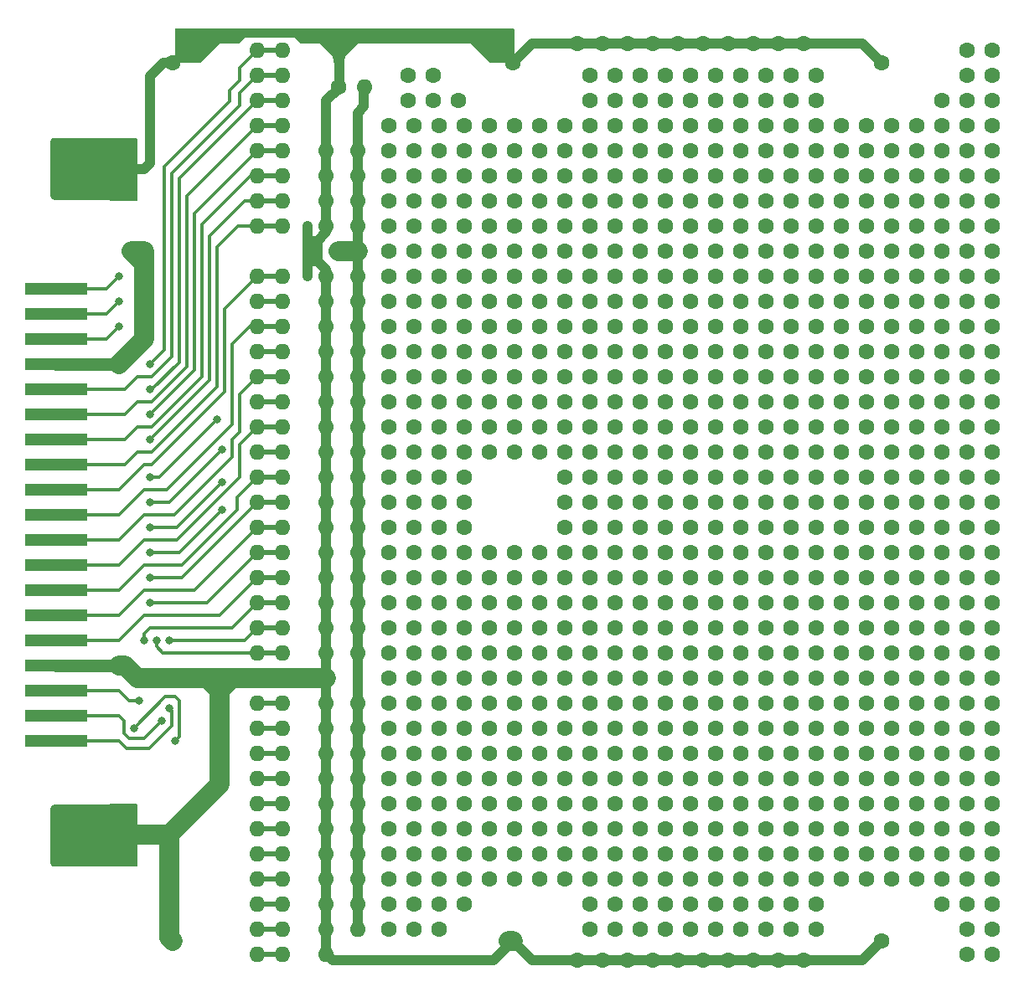
<source format=gbr>
G04 #@! TF.GenerationSoftware,KiCad,Pcbnew,9.0.7*
G04 #@! TF.CreationDate,2026-01-11T18:39:09-08:00*
G04 #@! TF.ProjectId,CoCoProtoBoard,436f436f-5072-46f7-946f-426f6172642e,rev?*
G04 #@! TF.SameCoordinates,Original*
G04 #@! TF.FileFunction,Copper,L1,Top*
G04 #@! TF.FilePolarity,Positive*
%FSLAX46Y46*%
G04 Gerber Fmt 4.6, Leading zero omitted, Abs format (unit mm)*
G04 Created by KiCad (PCBNEW 9.0.7) date 2026-01-11 18:39:09*
%MOMM*%
%LPD*%
G01*
G04 APERTURE LIST*
G04 #@! TA.AperFunction,ConnectorPad*
%ADD10R,6.350000X1.270000*%
G04 #@! TD*
G04 #@! TA.AperFunction,ComponentPad*
%ADD11C,1.600000*%
G04 #@! TD*
G04 #@! TA.AperFunction,ComponentPad*
%ADD12O,1.600000X1.600000*%
G04 #@! TD*
G04 #@! TA.AperFunction,ViaPad*
%ADD13C,1.000000*%
G04 #@! TD*
G04 #@! TA.AperFunction,ViaPad*
%ADD14C,0.800000*%
G04 #@! TD*
G04 #@! TA.AperFunction,Conductor*
%ADD15C,0.500000*%
G04 #@! TD*
G04 #@! TA.AperFunction,Conductor*
%ADD16C,0.350000*%
G04 #@! TD*
G04 #@! TA.AperFunction,Conductor*
%ADD17C,1.000000*%
G04 #@! TD*
G04 #@! TA.AperFunction,Conductor*
%ADD18C,2.000000*%
G04 #@! TD*
G04 #@! TA.AperFunction,Conductor*
%ADD19C,1.270000*%
G04 #@! TD*
G04 APERTURE END LIST*
D10*
G04 #@! TO.P,P1,3*
G04 #@! TO.N,Net-(P1-Pad3)*
X95250000Y-82550000D03*
G04 #@! TO.P,P1,5*
G04 #@! TO.N,Net-(P1-Pad5)*
X95250000Y-85090000D03*
G04 #@! TO.P,P1,7*
G04 #@! TO.N,Net-(P1-Pad7)*
X95250000Y-87630000D03*
G04 #@! TO.P,P1,9*
G04 #@! TO.N,+5V*
X95250000Y-90170000D03*
G04 #@! TO.P,P1,11*
G04 #@! TO.N,Net-(P1-Pad11)*
X95250000Y-92710000D03*
G04 #@! TO.P,P1,13*
G04 #@! TO.N,Net-(P1-Pad13)*
X95250000Y-95250000D03*
G04 #@! TO.P,P1,15*
G04 #@! TO.N,Net-(P1-Pad15)*
X95250000Y-97790000D03*
G04 #@! TO.P,P1,17*
G04 #@! TO.N,Net-(P1-Pad17)*
X95250000Y-100330000D03*
G04 #@! TO.P,P1,19*
G04 #@! TO.N,Net-(P1-Pad19)*
X95250000Y-102870000D03*
G04 #@! TO.P,P1,21*
G04 #@! TO.N,Net-(P1-Pad21)*
X95250000Y-105410000D03*
G04 #@! TO.P,P1,23*
G04 #@! TO.N,Net-(P1-Pad23)*
X95250000Y-107950000D03*
G04 #@! TO.P,P1,25*
G04 #@! TO.N,Net-(P1-Pad25)*
X95250000Y-110490000D03*
G04 #@! TO.P,P1,27*
G04 #@! TO.N,Net-(P1-Pad27)*
X95250000Y-113030000D03*
G04 #@! TO.P,P1,29*
G04 #@! TO.N,Net-(P1-Pad29)*
X95250000Y-115570000D03*
G04 #@! TO.P,P1,31*
G04 #@! TO.N,Net-(P1-Pad31)*
X95250000Y-118110000D03*
G04 #@! TO.P,P1,33*
G04 #@! TO.N,GND*
X95250000Y-120650000D03*
G04 #@! TO.P,P1,35*
G04 #@! TO.N,Net-(P1-Pad35)*
X95250000Y-123190000D03*
G04 #@! TO.P,P1,37*
G04 #@! TO.N,Net-(P1-Pad37)*
X95250000Y-125730000D03*
G04 #@! TO.P,P1,39*
G04 #@! TO.N,Net-(P1-Pad39)*
X95250000Y-128270000D03*
G04 #@! TD*
D11*
G04 #@! TO.P,REF\u002A\u002A,1*
G04 #@! TO.N,GND*
X178690000Y-148540000D03*
G04 #@! TD*
G04 #@! TO.P,REF\u002A\u002A,1*
G04 #@! TO.N,GND*
X178690000Y-59740000D03*
G04 #@! TD*
G04 #@! TO.P,REF\u002A\u002A,1*
G04 #@! TO.N,GND*
X141440000Y-59740000D03*
G04 #@! TD*
G04 #@! TO.P,REF\u002A\u002A,1*
G04 #@! TO.N,GND*
X141440000Y-148540000D03*
G04 #@! TD*
G04 #@! TO.P,REF\u002A\u002A,1*
G04 #@! TO.N,GND*
X107040000Y-148540000D03*
G04 #@! TD*
D12*
G04 #@! TO.P,P2,1*
G04 #@! TO.N,Net-(P1-Pad10)*
X115570000Y-58420000D03*
X118110000Y-58420000D03*
G04 #@! TO.P,P2,2*
G04 #@! TO.N,Net-(P1-Pad11)*
X115570000Y-60960000D03*
X118110000Y-60960000D03*
G04 #@! TO.P,P2,3*
G04 #@! TO.N,Net-(P1-Pad12)*
X115570000Y-63500000D03*
X118110000Y-63500000D03*
G04 #@! TO.P,P2,4*
G04 #@! TO.N,Net-(P1-Pad13)*
X115570000Y-66040000D03*
X118110000Y-66040000D03*
G04 #@! TO.P,P2,5*
G04 #@! TO.N,Net-(P1-Pad14)*
X115570000Y-68580000D03*
X118110000Y-68580000D03*
G04 #@! TO.P,P2,6*
G04 #@! TO.N,Net-(P1-Pad15)*
X115570000Y-71120000D03*
X118110000Y-71120000D03*
G04 #@! TO.P,P2,7*
G04 #@! TO.N,Net-(P1-Pad16)*
X115570000Y-73660000D03*
X118110000Y-73660000D03*
G04 #@! TO.P,P2,8*
G04 #@! TO.N,Net-(P1-Pad17)*
X115570000Y-76200000D03*
X118110000Y-76200000D03*
G04 #@! TD*
G04 #@! TO.P,P4,1*
G04 #@! TO.N,Net-(P1-Pad3)*
X115570000Y-124460000D03*
X118110000Y-124460000D03*
G04 #@! TO.P,P4,2*
G04 #@! TO.N,Net-(P1-Pad4)*
X115570000Y-127000000D03*
X118110000Y-127000000D03*
G04 #@! TO.P,P4,3*
G04 #@! TO.N,Net-(P1-Pad5)*
X115570000Y-129540000D03*
X118110000Y-129540000D03*
G04 #@! TO.P,P4,4*
G04 #@! TO.N,Net-(P1-Pad6)*
X115570000Y-132080000D03*
X118110000Y-132080000D03*
G04 #@! TO.P,P4,5*
G04 #@! TO.N,Net-(P1-Pad7)*
X115570000Y-134620000D03*
X118110000Y-134620000D03*
G04 #@! TO.P,P4,6*
G04 #@! TO.N,Net-(P1-Pad8)*
X115570000Y-137160000D03*
X118110000Y-137160000D03*
G04 #@! TO.P,P4,7*
G04 #@! TO.N,Net-(P1-Pad18)*
X115570000Y-139700000D03*
X118110000Y-139700000D03*
G04 #@! TO.P,P4,8*
G04 #@! TO.N,Net-(P1-Pad32)*
X115570000Y-142240000D03*
X118110000Y-142240000D03*
G04 #@! TO.P,P4,9*
G04 #@! TO.N,Net-(P1-Pad35)*
X115570000Y-144780000D03*
X118110000Y-144780000D03*
G04 #@! TO.P,P4,10*
G04 #@! TO.N,Net-(P1-Pad36)*
X115570000Y-147320000D03*
X118110000Y-147320000D03*
G04 #@! TO.P,P4,11*
G04 #@! TO.N,Net-(P1-Pad40)*
X115570000Y-149860000D03*
X118110000Y-149860000D03*
G04 #@! TD*
G04 #@! TO.P,P3,1*
G04 #@! TO.N,Net-(P1-Pad19)*
X115570000Y-81280000D03*
X118110000Y-81280000D03*
G04 #@! TO.P,P3,2*
G04 #@! TO.N,Net-(P1-Pad20)*
X115570000Y-83820000D03*
X118110000Y-83820000D03*
G04 #@! TO.P,P3,3*
G04 #@! TO.N,Net-(P1-Pad21)*
X115570000Y-86360000D03*
X118110000Y-86360000D03*
G04 #@! TO.P,P3,4*
G04 #@! TO.N,Net-(P1-Pad22)*
X115570000Y-88900000D03*
X118110000Y-88900000D03*
G04 #@! TO.P,P3,5*
G04 #@! TO.N,Net-(P1-Pad23)*
X115570000Y-91440000D03*
X118110000Y-91440000D03*
G04 #@! TO.P,P3,6*
G04 #@! TO.N,Net-(P1-Pad24)*
X115570000Y-93980000D03*
X118110000Y-93980000D03*
G04 #@! TO.P,P3,7*
G04 #@! TO.N,Net-(P1-Pad25)*
X115570000Y-96520000D03*
X118110000Y-96520000D03*
G04 #@! TO.P,P3,8*
G04 #@! TO.N,Net-(P1-Pad26)*
X115570000Y-99060000D03*
X118110000Y-99060000D03*
G04 #@! TO.P,P3,9*
G04 #@! TO.N,Net-(P1-Pad27)*
X115570000Y-101600000D03*
X118110000Y-101600000D03*
G04 #@! TO.P,P3,10*
G04 #@! TO.N,Net-(P1-Pad28)*
X115570000Y-104140000D03*
X118110000Y-104140000D03*
G04 #@! TO.P,P3,11*
G04 #@! TO.N,Net-(P1-Pad29)*
X115570000Y-106680000D03*
X118110000Y-106680000D03*
G04 #@! TO.P,P3,12*
G04 #@! TO.N,Net-(P1-Pad30)*
X115570000Y-109220000D03*
X118110000Y-109220000D03*
G04 #@! TO.P,P3,13*
G04 #@! TO.N,Net-(P1-Pad31)*
X115570000Y-111760000D03*
X118110000Y-111760000D03*
G04 #@! TO.P,P3,14*
G04 #@! TO.N,Net-(P1-Pad37)*
X115570000Y-114300000D03*
X118110000Y-114300000D03*
G04 #@! TO.P,P3,15*
G04 #@! TO.N,Net-(P1-Pad38)*
X115570000Y-116840000D03*
X118110000Y-116840000D03*
G04 #@! TO.P,P3,16*
G04 #@! TO.N,Net-(P1-Pad39)*
X115570000Y-119380000D03*
X118110000Y-119380000D03*
G04 #@! TD*
G04 #@! TO.P,P10,1*
G04 #@! TO.N,GND*
X122555000Y-68580000D03*
X122555000Y-71120000D03*
X122555000Y-73660000D03*
X122555000Y-76200000D03*
X122555000Y-81280000D03*
X122555000Y-83820000D03*
X122555000Y-86360000D03*
X122555000Y-88900000D03*
X122555000Y-91440000D03*
X122555000Y-93980000D03*
X122555000Y-96520000D03*
X122555000Y-99060000D03*
X122555000Y-101600000D03*
X122555000Y-104140000D03*
X122555000Y-106680000D03*
X122555000Y-109220000D03*
X122555000Y-111760000D03*
X122555000Y-114300000D03*
X122555000Y-116840000D03*
X122555000Y-119380000D03*
X122555000Y-124460000D03*
X122555000Y-127000000D03*
X122555000Y-129540000D03*
X122555000Y-132080000D03*
X122555000Y-134620000D03*
X122555000Y-137160000D03*
X122555000Y-139700000D03*
X122555000Y-142240000D03*
X122555000Y-144780000D03*
X122555000Y-147320000D03*
X122555000Y-149860000D03*
G04 #@! TO.P,P10,2*
G04 #@! TO.N,+5V*
X125730000Y-68580000D03*
X125730000Y-71120000D03*
X125730000Y-73660000D03*
X125730000Y-76200000D03*
X125730000Y-81280000D03*
X125730000Y-83820000D03*
X125730000Y-86360000D03*
X125730000Y-88900000D03*
X125730000Y-91440000D03*
X125730000Y-93980000D03*
X125730000Y-96520000D03*
X125730000Y-99060000D03*
X125730000Y-101600000D03*
X125730000Y-104140000D03*
X125730000Y-106680000D03*
X125730000Y-109220000D03*
X125730000Y-111760000D03*
X125730000Y-114300000D03*
X125730000Y-116840000D03*
X125730000Y-119380000D03*
X125730000Y-124460000D03*
X125730000Y-127000000D03*
X125730000Y-129540000D03*
X125730000Y-132080000D03*
X125730000Y-134620000D03*
X125730000Y-137160000D03*
X125730000Y-139700000D03*
X125730000Y-142240000D03*
X125730000Y-144780000D03*
X125730000Y-147320000D03*
G04 #@! TD*
D11*
G04 #@! TO.P,REF\u002A\u002A,1*
G04 #@! TO.N,N/C*
X128905000Y-81280000D03*
G04 #@! TD*
G04 #@! TO.P,REF\u002A\u002A,1*
G04 #@! TO.N,N/C*
X128905000Y-104140000D03*
G04 #@! TD*
G04 #@! TO.P,REF\u002A\u002A,1*
G04 #@! TO.N,N/C*
X128905000Y-101600000D03*
G04 #@! TD*
G04 #@! TO.P,REF\u002A\u002A,1*
G04 #@! TO.N,N/C*
X128905000Y-106680000D03*
G04 #@! TD*
G04 #@! TO.P,REF\u002A\u002A,1*
G04 #@! TO.N,N/C*
X128905000Y-109220000D03*
G04 #@! TD*
G04 #@! TO.P,REF\u002A\u002A,1*
G04 #@! TO.N,N/C*
X128905000Y-111760000D03*
G04 #@! TD*
G04 #@! TO.P,REF\u002A\u002A,1*
G04 #@! TO.N,N/C*
X128905000Y-68580000D03*
G04 #@! TD*
G04 #@! TO.P,REF\u002A\u002A,1*
G04 #@! TO.N,N/C*
X128905000Y-144780000D03*
G04 #@! TD*
G04 #@! TO.P,REF\u002A\u002A,1*
G04 #@! TO.N,N/C*
X128905000Y-137160000D03*
G04 #@! TD*
G04 #@! TO.P,REF\u002A\u002A,1*
G04 #@! TO.N,N/C*
X128905000Y-139700000D03*
G04 #@! TD*
G04 #@! TO.P,REF\u002A\u002A,1*
G04 #@! TO.N,N/C*
X128905000Y-147320000D03*
G04 #@! TD*
G04 #@! TO.P,REF\u002A\u002A,1*
G04 #@! TO.N,N/C*
X128905000Y-142240000D03*
G04 #@! TD*
G04 #@! TO.P,REF\u002A\u002A,1*
G04 #@! TO.N,N/C*
X128905000Y-134620000D03*
G04 #@! TD*
G04 #@! TO.P,REF\u002A\u002A,1*
G04 #@! TO.N,N/C*
X128905000Y-66040000D03*
G04 #@! TD*
G04 #@! TO.P,REF\u002A\u002A,1*
G04 #@! TO.N,N/C*
X128905000Y-86360000D03*
G04 #@! TD*
G04 #@! TO.P,REF\u002A\u002A,1*
G04 #@! TO.N,N/C*
X128905000Y-88900000D03*
G04 #@! TD*
G04 #@! TO.P,REF\u002A\u002A,1*
G04 #@! TO.N,N/C*
X128905000Y-124460000D03*
G04 #@! TD*
G04 #@! TO.P,REF\u002A\u002A,1*
G04 #@! TO.N,N/C*
X128905000Y-127000000D03*
G04 #@! TD*
G04 #@! TO.P,REF\u002A\u002A,1*
G04 #@! TO.N,N/C*
X128905000Y-129540000D03*
G04 #@! TD*
G04 #@! TO.P,REF\u002A\u002A,1*
G04 #@! TO.N,N/C*
X128905000Y-132080000D03*
G04 #@! TD*
G04 #@! TO.P,REF\u002A\u002A,1*
G04 #@! TO.N,N/C*
X128905000Y-93980000D03*
G04 #@! TD*
G04 #@! TO.P,REF\u002A\u002A,1*
G04 #@! TO.N,N/C*
X128905000Y-99060000D03*
G04 #@! TD*
G04 #@! TO.P,REF\u002A\u002A,1*
G04 #@! TO.N,N/C*
X128905000Y-96520000D03*
G04 #@! TD*
G04 #@! TO.P,REF\u002A\u002A,1*
G04 #@! TO.N,N/C*
X128905000Y-71120000D03*
G04 #@! TD*
G04 #@! TO.P,REF\u002A\u002A,1*
G04 #@! TO.N,N/C*
X128905000Y-83820000D03*
G04 #@! TD*
G04 #@! TO.P,REF\u002A\u002A,1*
G04 #@! TO.N,N/C*
X128905000Y-73660000D03*
G04 #@! TD*
G04 #@! TO.P,REF\u002A\u002A,1*
G04 #@! TO.N,N/C*
X128905000Y-91440000D03*
G04 #@! TD*
G04 #@! TO.P,REF\u002A\u002A,1*
G04 #@! TO.N,N/C*
X128905000Y-76200000D03*
G04 #@! TD*
G04 #@! TO.P,REF\u002A\u002A,1*
G04 #@! TO.N,N/C*
X128905000Y-121920000D03*
G04 #@! TD*
G04 #@! TO.P,REF\u002A\u002A,1*
G04 #@! TO.N,N/C*
X128905000Y-114300000D03*
G04 #@! TD*
G04 #@! TO.P,REF\u002A\u002A,1*
G04 #@! TO.N,N/C*
X128905000Y-116840000D03*
G04 #@! TD*
G04 #@! TO.P,REF\u002A\u002A,1*
G04 #@! TO.N,N/C*
X128905000Y-119380000D03*
G04 #@! TD*
G04 #@! TO.P,REF\u002A\u002A,1*
G04 #@! TO.N,N/C*
X131445000Y-147320000D03*
G04 #@! TD*
G04 #@! TO.P,REF\u002A\u002A,1*
G04 #@! TO.N,N/C*
X128905000Y-78740000D03*
G04 #@! TD*
G04 #@! TO.P,REF\u002A\u002A,1*
G04 #@! TO.N,GND*
X165735000Y-150495000D03*
G04 #@! TD*
G04 #@! TO.P,REF\u002A\u002A,1*
G04 #@! TO.N,GND*
X163195000Y-150495000D03*
G04 #@! TD*
G04 #@! TO.P,REF\u002A\u002A,1*
G04 #@! TO.N,GND*
X158115000Y-150495000D03*
G04 #@! TD*
G04 #@! TO.P,REF\u002A\u002A,1*
G04 #@! TO.N,GND*
X160655000Y-150495000D03*
G04 #@! TD*
G04 #@! TO.P,REF\u002A\u002A,1*
G04 #@! TO.N,GND*
X155575000Y-150495000D03*
G04 #@! TD*
G04 #@! TO.P,REF\u002A\u002A,1*
G04 #@! TO.N,GND*
X153035000Y-150495000D03*
G04 #@! TD*
G04 #@! TO.P,REF\u002A\u002A,1*
G04 #@! TO.N,GND*
X150495000Y-150495000D03*
G04 #@! TD*
G04 #@! TO.P,REF\u002A\u002A,1*
G04 #@! TO.N,GND*
X147955000Y-150495000D03*
G04 #@! TD*
G04 #@! TO.P,REF\u002A\u002A,1*
G04 #@! TO.N,N/C*
X131445000Y-144780000D03*
G04 #@! TD*
G04 #@! TO.P,REF\u002A\u002A,1*
G04 #@! TO.N,N/C*
X131445000Y-142240000D03*
G04 #@! TD*
G04 #@! TO.P,REF\u002A\u002A,1*
G04 #@! TO.N,N/C*
X131445000Y-139700000D03*
G04 #@! TD*
G04 #@! TO.P,REF\u002A\u002A,1*
G04 #@! TO.N,N/C*
X131445000Y-137160000D03*
G04 #@! TD*
G04 #@! TO.P,REF\u002A\u002A,1*
G04 #@! TO.N,N/C*
X131445000Y-134620000D03*
G04 #@! TD*
G04 #@! TO.P,REF\u002A\u002A,1*
G04 #@! TO.N,N/C*
X133985000Y-144780000D03*
G04 #@! TD*
G04 #@! TO.P,REF\u002A\u002A,1*
G04 #@! TO.N,N/C*
X133985000Y-142240000D03*
G04 #@! TD*
G04 #@! TO.P,REF\u002A\u002A,1*
G04 #@! TO.N,N/C*
X133985000Y-139700000D03*
G04 #@! TD*
G04 #@! TO.P,REF\u002A\u002A,1*
G04 #@! TO.N,N/C*
X133985000Y-134620000D03*
G04 #@! TD*
G04 #@! TO.P,REF\u002A\u002A,1*
G04 #@! TO.N,N/C*
X133985000Y-137160000D03*
G04 #@! TD*
G04 #@! TO.P,REF\u002A\u002A,1*
G04 #@! TO.N,N/C*
X133985000Y-147320000D03*
G04 #@! TD*
G04 #@! TO.P,REF\u002A\u002A,1*
G04 #@! TO.N,N/C*
X136525000Y-144780000D03*
G04 #@! TD*
G04 #@! TO.P,REF\u002A\u002A,1*
G04 #@! TO.N,N/C*
X136525000Y-142240000D03*
G04 #@! TD*
G04 #@! TO.P,REF\u002A\u002A,1*
G04 #@! TO.N,N/C*
X136525000Y-139700000D03*
G04 #@! TD*
G04 #@! TO.P,REF\u002A\u002A,1*
G04 #@! TO.N,N/C*
X136525000Y-134620000D03*
G04 #@! TD*
G04 #@! TO.P,REF\u002A\u002A,1*
G04 #@! TO.N,N/C*
X136525000Y-137160000D03*
G04 #@! TD*
G04 #@! TO.P,REF\u002A\u002A,1*
G04 #@! TO.N,N/C*
X139065000Y-142240000D03*
G04 #@! TD*
G04 #@! TO.P,REF\u002A\u002A,1*
G04 #@! TO.N,N/C*
X139065000Y-139700000D03*
G04 #@! TD*
G04 #@! TO.P,REF\u002A\u002A,1*
G04 #@! TO.N,N/C*
X139065000Y-137160000D03*
G04 #@! TD*
G04 #@! TO.P,REF\u002A\u002A,1*
G04 #@! TO.N,N/C*
X139065000Y-134620000D03*
G04 #@! TD*
G04 #@! TO.P,REF\u002A\u002A,1*
G04 #@! TO.N,N/C*
X141605000Y-139700000D03*
G04 #@! TD*
G04 #@! TO.P,REF\u002A\u002A,1*
G04 #@! TO.N,N/C*
X141605000Y-142240000D03*
G04 #@! TD*
G04 #@! TO.P,REF\u002A\u002A,1*
G04 #@! TO.N,N/C*
X141605000Y-134620000D03*
G04 #@! TD*
G04 #@! TO.P,REF\u002A\u002A,1*
G04 #@! TO.N,N/C*
X141605000Y-137160000D03*
G04 #@! TD*
G04 #@! TO.P,REF\u002A\u002A,1*
G04 #@! TO.N,N/C*
X144145000Y-134620000D03*
G04 #@! TD*
G04 #@! TO.P,REF\u002A\u002A,1*
G04 #@! TO.N,N/C*
X144145000Y-139700000D03*
G04 #@! TD*
G04 #@! TO.P,REF\u002A\u002A,1*
G04 #@! TO.N,N/C*
X144145000Y-137160000D03*
G04 #@! TD*
G04 #@! TO.P,REF\u002A\u002A,1*
G04 #@! TO.N,N/C*
X144145000Y-142240000D03*
G04 #@! TD*
G04 #@! TO.P,REF\u002A\u002A,1*
G04 #@! TO.N,N/C*
X146685000Y-142240000D03*
G04 #@! TD*
G04 #@! TO.P,REF\u002A\u002A,1*
G04 #@! TO.N,N/C*
X146685000Y-139700000D03*
G04 #@! TD*
G04 #@! TO.P,REF\u002A\u002A,1*
G04 #@! TO.N,N/C*
X146685000Y-137160000D03*
G04 #@! TD*
G04 #@! TO.P,REF\u002A\u002A,1*
G04 #@! TO.N,N/C*
X146685000Y-134620000D03*
G04 #@! TD*
G04 #@! TO.P,REF\u002A\u002A,1*
G04 #@! TO.N,N/C*
X149225000Y-144780000D03*
G04 #@! TD*
G04 #@! TO.P,REF\u002A\u002A,1*
G04 #@! TO.N,N/C*
X149225000Y-142240000D03*
G04 #@! TD*
G04 #@! TO.P,REF\u002A\u002A,1*
G04 #@! TO.N,N/C*
X149225000Y-139700000D03*
G04 #@! TD*
G04 #@! TO.P,REF\u002A\u002A,1*
G04 #@! TO.N,N/C*
X149225000Y-134620000D03*
G04 #@! TD*
G04 #@! TO.P,REF\u002A\u002A,1*
G04 #@! TO.N,N/C*
X149225000Y-137160000D03*
G04 #@! TD*
G04 #@! TO.P,REF\u002A\u002A,1*
G04 #@! TO.N,N/C*
X149225000Y-147320000D03*
G04 #@! TD*
G04 #@! TO.P,REF\u002A\u002A,1*
G04 #@! TO.N,N/C*
X151765000Y-147320000D03*
G04 #@! TD*
G04 #@! TO.P,REF\u002A\u002A,1*
G04 #@! TO.N,N/C*
X151765000Y-134620000D03*
G04 #@! TD*
G04 #@! TO.P,REF\u002A\u002A,1*
G04 #@! TO.N,N/C*
X151765000Y-139700000D03*
G04 #@! TD*
G04 #@! TO.P,REF\u002A\u002A,1*
G04 #@! TO.N,N/C*
X151765000Y-144780000D03*
G04 #@! TD*
G04 #@! TO.P,REF\u002A\u002A,1*
G04 #@! TO.N,N/C*
X151765000Y-142240000D03*
G04 #@! TD*
G04 #@! TO.P,REF\u002A\u002A,1*
G04 #@! TO.N,N/C*
X151765000Y-137160000D03*
G04 #@! TD*
G04 #@! TO.P,REF\u002A\u002A,1*
G04 #@! TO.N,N/C*
X154305000Y-139700000D03*
G04 #@! TD*
G04 #@! TO.P,REF\u002A\u002A,1*
G04 #@! TO.N,N/C*
X154305000Y-142240000D03*
G04 #@! TD*
G04 #@! TO.P,REF\u002A\u002A,1*
G04 #@! TO.N,N/C*
X154305000Y-144780000D03*
G04 #@! TD*
G04 #@! TO.P,REF\u002A\u002A,1*
G04 #@! TO.N,N/C*
X154305000Y-137160000D03*
G04 #@! TD*
G04 #@! TO.P,REF\u002A\u002A,1*
G04 #@! TO.N,N/C*
X154305000Y-147320000D03*
G04 #@! TD*
G04 #@! TO.P,REF\u002A\u002A,1*
G04 #@! TO.N,N/C*
X154305000Y-134620000D03*
G04 #@! TD*
G04 #@! TO.P,REF\u002A\u002A,1*
G04 #@! TO.N,N/C*
X156845000Y-142240000D03*
G04 #@! TD*
G04 #@! TO.P,REF\u002A\u002A,1*
G04 #@! TO.N,N/C*
X156845000Y-144780000D03*
G04 #@! TD*
G04 #@! TO.P,REF\u002A\u002A,1*
G04 #@! TO.N,N/C*
X156845000Y-147320000D03*
G04 #@! TD*
G04 #@! TO.P,REF\u002A\u002A,1*
G04 #@! TO.N,N/C*
X156845000Y-134620000D03*
G04 #@! TD*
G04 #@! TO.P,REF\u002A\u002A,1*
G04 #@! TO.N,N/C*
X156845000Y-137160000D03*
G04 #@! TD*
G04 #@! TO.P,REF\u002A\u002A,1*
G04 #@! TO.N,N/C*
X156845000Y-139700000D03*
G04 #@! TD*
G04 #@! TO.P,REF\u002A\u002A,1*
G04 #@! TO.N,N/C*
X159385000Y-142240000D03*
G04 #@! TD*
G04 #@! TO.P,REF\u002A\u002A,1*
G04 #@! TO.N,N/C*
X159385000Y-144780000D03*
G04 #@! TD*
G04 #@! TO.P,REF\u002A\u002A,1*
G04 #@! TO.N,N/C*
X159385000Y-147320000D03*
G04 #@! TD*
G04 #@! TO.P,REF\u002A\u002A,1*
G04 #@! TO.N,N/C*
X159385000Y-137160000D03*
G04 #@! TD*
G04 #@! TO.P,REF\u002A\u002A,1*
G04 #@! TO.N,N/C*
X159385000Y-134620000D03*
G04 #@! TD*
G04 #@! TO.P,REF\u002A\u002A,1*
G04 #@! TO.N,N/C*
X159385000Y-139700000D03*
G04 #@! TD*
G04 #@! TO.P,REF\u002A\u002A,1*
G04 #@! TO.N,N/C*
X161925000Y-142240000D03*
G04 #@! TD*
G04 #@! TO.P,REF\u002A\u002A,1*
G04 #@! TO.N,N/C*
X161925000Y-144780000D03*
G04 #@! TD*
G04 #@! TO.P,REF\u002A\u002A,1*
G04 #@! TO.N,N/C*
X161925000Y-147320000D03*
G04 #@! TD*
G04 #@! TO.P,REF\u002A\u002A,1*
G04 #@! TO.N,N/C*
X161925000Y-137160000D03*
G04 #@! TD*
G04 #@! TO.P,REF\u002A\u002A,1*
G04 #@! TO.N,N/C*
X161925000Y-134620000D03*
G04 #@! TD*
G04 #@! TO.P,REF\u002A\u002A,1*
G04 #@! TO.N,N/C*
X161925000Y-139700000D03*
G04 #@! TD*
G04 #@! TO.P,REF\u002A\u002A,1*
G04 #@! TO.N,N/C*
X164465000Y-137160000D03*
G04 #@! TD*
G04 #@! TO.P,REF\u002A\u002A,1*
G04 #@! TO.N,N/C*
X164465000Y-147320000D03*
G04 #@! TD*
G04 #@! TO.P,REF\u002A\u002A,1*
G04 #@! TO.N,N/C*
X164465000Y-139700000D03*
G04 #@! TD*
G04 #@! TO.P,REF\u002A\u002A,1*
G04 #@! TO.N,N/C*
X164465000Y-134620000D03*
G04 #@! TD*
G04 #@! TO.P,REF\u002A\u002A,1*
G04 #@! TO.N,N/C*
X164465000Y-144780000D03*
G04 #@! TD*
G04 #@! TO.P,REF\u002A\u002A,1*
G04 #@! TO.N,N/C*
X164465000Y-142240000D03*
G04 #@! TD*
G04 #@! TO.P,REF\u002A\u002A,1*
G04 #@! TO.N,N/C*
X167005000Y-142240000D03*
G04 #@! TD*
G04 #@! TO.P,REF\u002A\u002A,1*
G04 #@! TO.N,N/C*
X167005000Y-137160000D03*
G04 #@! TD*
G04 #@! TO.P,REF\u002A\u002A,1*
G04 #@! TO.N,N/C*
X167005000Y-144780000D03*
G04 #@! TD*
G04 #@! TO.P,REF\u002A\u002A,1*
G04 #@! TO.N,N/C*
X167005000Y-134620000D03*
G04 #@! TD*
G04 #@! TO.P,REF\u002A\u002A,1*
G04 #@! TO.N,N/C*
X167005000Y-147320000D03*
G04 #@! TD*
G04 #@! TO.P,REF\u002A\u002A,1*
G04 #@! TO.N,N/C*
X167005000Y-139700000D03*
G04 #@! TD*
G04 #@! TO.P,REF\u002A\u002A,1*
G04 #@! TO.N,N/C*
X169545000Y-142240000D03*
G04 #@! TD*
G04 #@! TO.P,REF\u002A\u002A,1*
G04 #@! TO.N,N/C*
X169545000Y-147320000D03*
G04 #@! TD*
G04 #@! TO.P,REF\u002A\u002A,1*
G04 #@! TO.N,N/C*
X169545000Y-144780000D03*
G04 #@! TD*
G04 #@! TO.P,REF\u002A\u002A,1*
G04 #@! TO.N,N/C*
X169545000Y-137160000D03*
G04 #@! TD*
G04 #@! TO.P,REF\u002A\u002A,1*
G04 #@! TO.N,N/C*
X169545000Y-139700000D03*
G04 #@! TD*
G04 #@! TO.P,REF\u002A\u002A,1*
G04 #@! TO.N,N/C*
X169545000Y-134620000D03*
G04 #@! TD*
G04 #@! TO.P,REF\u002A\u002A,1*
G04 #@! TO.N,N/C*
X172085000Y-134620000D03*
G04 #@! TD*
G04 #@! TO.P,REF\u002A\u002A,1*
G04 #@! TO.N,N/C*
X172085000Y-137160000D03*
G04 #@! TD*
G04 #@! TO.P,REF\u002A\u002A,1*
G04 #@! TO.N,N/C*
X172085000Y-142240000D03*
G04 #@! TD*
G04 #@! TO.P,REF\u002A\u002A,1*
G04 #@! TO.N,N/C*
X172085000Y-147320000D03*
G04 #@! TD*
G04 #@! TO.P,REF\u002A\u002A,1*
G04 #@! TO.N,N/C*
X172085000Y-139700000D03*
G04 #@! TD*
G04 #@! TO.P,REF\u002A\u002A,1*
G04 #@! TO.N,N/C*
X172085000Y-144780000D03*
G04 #@! TD*
G04 #@! TO.P,REF\u002A\u002A,1*
G04 #@! TO.N,N/C*
X179705000Y-142240000D03*
G04 #@! TD*
G04 #@! TO.P,REF\u002A\u002A,1*
G04 #@! TO.N,N/C*
X184785000Y-134620000D03*
G04 #@! TD*
G04 #@! TO.P,REF\u002A\u002A,1*
G04 #@! TO.N,N/C*
X174625000Y-137160000D03*
G04 #@! TD*
G04 #@! TO.P,REF\u002A\u002A,1*
G04 #@! TO.N,N/C*
X182245000Y-134620000D03*
G04 #@! TD*
G04 #@! TO.P,REF\u002A\u002A,1*
G04 #@! TO.N,N/C*
X184785000Y-142240000D03*
G04 #@! TD*
G04 #@! TO.P,REF\u002A\u002A,1*
G04 #@! TO.N,N/C*
X177165000Y-142240000D03*
G04 #@! TD*
G04 #@! TO.P,REF\u002A\u002A,1*
G04 #@! TO.N,N/C*
X174625000Y-139700000D03*
G04 #@! TD*
G04 #@! TO.P,REF\u002A\u002A,1*
G04 #@! TO.N,N/C*
X182245000Y-137160000D03*
G04 #@! TD*
G04 #@! TO.P,REF\u002A\u002A,1*
G04 #@! TO.N,N/C*
X174625000Y-134620000D03*
G04 #@! TD*
G04 #@! TO.P,REF\u002A\u002A,1*
G04 #@! TO.N,N/C*
X177165000Y-137160000D03*
G04 #@! TD*
G04 #@! TO.P,REF\u002A\u002A,1*
G04 #@! TO.N,N/C*
X179705000Y-137160000D03*
G04 #@! TD*
G04 #@! TO.P,REF\u002A\u002A,1*
G04 #@! TO.N,N/C*
X182245000Y-142240000D03*
G04 #@! TD*
G04 #@! TO.P,REF\u002A\u002A,1*
G04 #@! TO.N,N/C*
X184785000Y-137160000D03*
G04 #@! TD*
G04 #@! TO.P,REF\u002A\u002A,1*
G04 #@! TO.N,N/C*
X184785000Y-139700000D03*
G04 #@! TD*
G04 #@! TO.P,REF\u002A\u002A,1*
G04 #@! TO.N,N/C*
X179705000Y-139700000D03*
G04 #@! TD*
G04 #@! TO.P,REF\u002A\u002A,1*
G04 #@! TO.N,N/C*
X182245000Y-139700000D03*
G04 #@! TD*
G04 #@! TO.P,REF\u002A\u002A,1*
G04 #@! TO.N,N/C*
X177165000Y-134620000D03*
G04 #@! TD*
G04 #@! TO.P,REF\u002A\u002A,1*
G04 #@! TO.N,N/C*
X174625000Y-142240000D03*
G04 #@! TD*
G04 #@! TO.P,REF\u002A\u002A,1*
G04 #@! TO.N,N/C*
X177165000Y-139700000D03*
G04 #@! TD*
G04 #@! TO.P,REF\u002A\u002A,1*
G04 #@! TO.N,N/C*
X179705000Y-134620000D03*
G04 #@! TD*
G04 #@! TO.P,REF\u002A\u002A,1*
G04 #@! TO.N,N/C*
X187325000Y-139700000D03*
G04 #@! TD*
G04 #@! TO.P,REF\u002A\u002A,1*
G04 #@! TO.N,N/C*
X187325000Y-144780000D03*
G04 #@! TD*
G04 #@! TO.P,REF\u002A\u002A,1*
G04 #@! TO.N,N/C*
X189865000Y-134620000D03*
G04 #@! TD*
G04 #@! TO.P,REF\u002A\u002A,1*
G04 #@! TO.N,N/C*
X187325000Y-142240000D03*
G04 #@! TD*
G04 #@! TO.P,REF\u002A\u002A,1*
G04 #@! TO.N,N/C*
X187325000Y-134620000D03*
G04 #@! TD*
G04 #@! TO.P,REF\u002A\u002A,1*
G04 #@! TO.N,N/C*
X189865000Y-139700000D03*
G04 #@! TD*
G04 #@! TO.P,REF\u002A\u002A,1*
G04 #@! TO.N,N/C*
X189865000Y-144780000D03*
G04 #@! TD*
G04 #@! TO.P,REF\u002A\u002A,1*
G04 #@! TO.N,N/C*
X187325000Y-137160000D03*
G04 #@! TD*
G04 #@! TO.P,REF\u002A\u002A,1*
G04 #@! TO.N,N/C*
X189865000Y-137160000D03*
G04 #@! TD*
G04 #@! TO.P,REF\u002A\u002A,1*
G04 #@! TO.N,N/C*
X189865000Y-142240000D03*
G04 #@! TD*
G04 #@! TO.P,REF\u002A\u002A,1*
G04 #@! TO.N,N/C*
X189865000Y-147320000D03*
G04 #@! TD*
G04 #@! TO.P,REF\u002A\u002A,1*
G04 #@! TO.N,N/C*
X187325000Y-147320000D03*
G04 #@! TD*
G04 #@! TO.P,REF\u002A\u002A,1*
G04 #@! TO.N,N/C*
X184785000Y-144780000D03*
G04 #@! TD*
G04 #@! TO.P,REF\u002A\u002A,1*
G04 #@! TO.N,N/C*
X131445000Y-132080000D03*
G04 #@! TD*
G04 #@! TO.P,REF\u002A\u002A,1*
G04 #@! TO.N,N/C*
X189865000Y-132080000D03*
G04 #@! TD*
G04 #@! TO.P,REF\u002A\u002A,1*
G04 #@! TO.N,N/C*
X187325000Y-132080000D03*
G04 #@! TD*
G04 #@! TO.P,REF\u002A\u002A,1*
G04 #@! TO.N,N/C*
X146685000Y-132080000D03*
G04 #@! TD*
G04 #@! TO.P,REF\u002A\u002A,1*
G04 #@! TO.N,N/C*
X144145000Y-132080000D03*
G04 #@! TD*
G04 #@! TO.P,REF\u002A\u002A,1*
G04 #@! TO.N,N/C*
X141605000Y-132080000D03*
G04 #@! TD*
G04 #@! TO.P,REF\u002A\u002A,1*
G04 #@! TO.N,N/C*
X149225000Y-132080000D03*
G04 #@! TD*
G04 #@! TO.P,REF\u002A\u002A,1*
G04 #@! TO.N,N/C*
X136525000Y-132080000D03*
G04 #@! TD*
G04 #@! TO.P,REF\u002A\u002A,1*
G04 #@! TO.N,N/C*
X139065000Y-132080000D03*
G04 #@! TD*
G04 #@! TO.P,REF\u002A\u002A,1*
G04 #@! TO.N,N/C*
X154305000Y-132080000D03*
G04 #@! TD*
G04 #@! TO.P,REF\u002A\u002A,1*
G04 #@! TO.N,N/C*
X156845000Y-132080000D03*
G04 #@! TD*
G04 #@! TO.P,REF\u002A\u002A,1*
G04 #@! TO.N,N/C*
X159385000Y-132080000D03*
G04 #@! TD*
G04 #@! TO.P,REF\u002A\u002A,1*
G04 #@! TO.N,N/C*
X151765000Y-132080000D03*
G04 #@! TD*
G04 #@! TO.P,REF\u002A\u002A,1*
G04 #@! TO.N,N/C*
X172085000Y-132080000D03*
G04 #@! TD*
G04 #@! TO.P,REF\u002A\u002A,1*
G04 #@! TO.N,N/C*
X169545000Y-132080000D03*
G04 #@! TD*
G04 #@! TO.P,REF\u002A\u002A,1*
G04 #@! TO.N,N/C*
X161925000Y-132080000D03*
G04 #@! TD*
G04 #@! TO.P,REF\u002A\u002A,1*
G04 #@! TO.N,N/C*
X184785000Y-132080000D03*
G04 #@! TD*
G04 #@! TO.P,REF\u002A\u002A,1*
G04 #@! TO.N,N/C*
X164465000Y-132080000D03*
G04 #@! TD*
G04 #@! TO.P,REF\u002A\u002A,1*
G04 #@! TO.N,N/C*
X167005000Y-132080000D03*
G04 #@! TD*
G04 #@! TO.P,REF\u002A\u002A,1*
G04 #@! TO.N,N/C*
X182245000Y-132080000D03*
G04 #@! TD*
G04 #@! TO.P,REF\u002A\u002A,1*
G04 #@! TO.N,N/C*
X177165000Y-132080000D03*
G04 #@! TD*
G04 #@! TO.P,REF\u002A\u002A,1*
G04 #@! TO.N,N/C*
X174625000Y-132080000D03*
G04 #@! TD*
G04 #@! TO.P,REF\u002A\u002A,1*
G04 #@! TO.N,N/C*
X179705000Y-132080000D03*
G04 #@! TD*
G04 #@! TO.P,REF\u002A\u002A,1*
G04 #@! TO.N,N/C*
X133985000Y-132080000D03*
G04 #@! TD*
G04 #@! TO.P,REF\u002A\u002A,1*
G04 #@! TO.N,N/C*
X156845000Y-129540000D03*
G04 #@! TD*
G04 #@! TO.P,REF\u002A\u002A,1*
G04 #@! TO.N,N/C*
X151765000Y-129540000D03*
G04 #@! TD*
G04 #@! TO.P,REF\u002A\u002A,1*
G04 #@! TO.N,N/C*
X184785000Y-129540000D03*
G04 #@! TD*
G04 #@! TO.P,REF\u002A\u002A,1*
G04 #@! TO.N,N/C*
X182245000Y-129540000D03*
G04 #@! TD*
G04 #@! TO.P,REF\u002A\u002A,1*
G04 #@! TO.N,N/C*
X136525000Y-129540000D03*
G04 #@! TD*
G04 #@! TO.P,REF\u002A\u002A,1*
G04 #@! TO.N,N/C*
X161925000Y-129540000D03*
G04 #@! TD*
G04 #@! TO.P,REF\u002A\u002A,1*
G04 #@! TO.N,N/C*
X187325000Y-129540000D03*
G04 #@! TD*
G04 #@! TO.P,REF\u002A\u002A,1*
G04 #@! TO.N,N/C*
X146685000Y-129540000D03*
G04 #@! TD*
G04 #@! TO.P,REF\u002A\u002A,1*
G04 #@! TO.N,N/C*
X149225000Y-129540000D03*
G04 #@! TD*
G04 #@! TO.P,REF\u002A\u002A,1*
G04 #@! TO.N,N/C*
X172085000Y-129540000D03*
G04 #@! TD*
G04 #@! TO.P,REF\u002A\u002A,1*
G04 #@! TO.N,N/C*
X164465000Y-129540000D03*
G04 #@! TD*
G04 #@! TO.P,REF\u002A\u002A,1*
G04 #@! TO.N,N/C*
X141605000Y-129540000D03*
G04 #@! TD*
G04 #@! TO.P,REF\u002A\u002A,1*
G04 #@! TO.N,N/C*
X131445000Y-129540000D03*
G04 #@! TD*
G04 #@! TO.P,REF\u002A\u002A,1*
G04 #@! TO.N,N/C*
X189865000Y-129540000D03*
G04 #@! TD*
G04 #@! TO.P,REF\u002A\u002A,1*
G04 #@! TO.N,N/C*
X144145000Y-129540000D03*
G04 #@! TD*
G04 #@! TO.P,REF\u002A\u002A,1*
G04 #@! TO.N,N/C*
X139065000Y-129540000D03*
G04 #@! TD*
G04 #@! TO.P,REF\u002A\u002A,1*
G04 #@! TO.N,N/C*
X154305000Y-129540000D03*
G04 #@! TD*
G04 #@! TO.P,REF\u002A\u002A,1*
G04 #@! TO.N,N/C*
X159385000Y-129540000D03*
G04 #@! TD*
G04 #@! TO.P,REF\u002A\u002A,1*
G04 #@! TO.N,N/C*
X169545000Y-129540000D03*
G04 #@! TD*
G04 #@! TO.P,REF\u002A\u002A,1*
G04 #@! TO.N,N/C*
X167005000Y-129540000D03*
G04 #@! TD*
G04 #@! TO.P,REF\u002A\u002A,1*
G04 #@! TO.N,N/C*
X177165000Y-129540000D03*
G04 #@! TD*
G04 #@! TO.P,REF\u002A\u002A,1*
G04 #@! TO.N,N/C*
X174625000Y-129540000D03*
G04 #@! TD*
G04 #@! TO.P,REF\u002A\u002A,1*
G04 #@! TO.N,N/C*
X179705000Y-129540000D03*
G04 #@! TD*
G04 #@! TO.P,REF\u002A\u002A,1*
G04 #@! TO.N,N/C*
X133985000Y-129540000D03*
G04 #@! TD*
G04 #@! TO.P,REF\u002A\u002A,1*
G04 #@! TO.N,N/C*
X139065000Y-127000000D03*
G04 #@! TD*
G04 #@! TO.P,REF\u002A\u002A,1*
G04 #@! TO.N,N/C*
X151765000Y-127000000D03*
G04 #@! TD*
G04 #@! TO.P,REF\u002A\u002A,1*
G04 #@! TO.N,N/C*
X136525000Y-127000000D03*
G04 #@! TD*
G04 #@! TO.P,REF\u002A\u002A,1*
G04 #@! TO.N,N/C*
X149225000Y-127000000D03*
G04 #@! TD*
G04 #@! TO.P,REF\u002A\u002A,1*
G04 #@! TO.N,N/C*
X169545000Y-127000000D03*
G04 #@! TD*
G04 #@! TO.P,REF\u002A\u002A,1*
G04 #@! TO.N,N/C*
X184785000Y-127000000D03*
G04 #@! TD*
G04 #@! TO.P,REF\u002A\u002A,1*
G04 #@! TO.N,N/C*
X187325000Y-127000000D03*
G04 #@! TD*
G04 #@! TO.P,REF\u002A\u002A,1*
G04 #@! TO.N,N/C*
X131445000Y-127000000D03*
G04 #@! TD*
G04 #@! TO.P,REF\u002A\u002A,1*
G04 #@! TO.N,N/C*
X154305000Y-127000000D03*
G04 #@! TD*
G04 #@! TO.P,REF\u002A\u002A,1*
G04 #@! TO.N,N/C*
X167005000Y-127000000D03*
G04 #@! TD*
G04 #@! TO.P,REF\u002A\u002A,1*
G04 #@! TO.N,N/C*
X179705000Y-127000000D03*
G04 #@! TD*
G04 #@! TO.P,REF\u002A\u002A,1*
G04 #@! TO.N,N/C*
X133985000Y-127000000D03*
G04 #@! TD*
G04 #@! TO.P,REF\u002A\u002A,1*
G04 #@! TO.N,N/C*
X159385000Y-127000000D03*
G04 #@! TD*
G04 #@! TO.P,REF\u002A\u002A,1*
G04 #@! TO.N,N/C*
X146685000Y-127000000D03*
G04 #@! TD*
G04 #@! TO.P,REF\u002A\u002A,1*
G04 #@! TO.N,N/C*
X189865000Y-127000000D03*
G04 #@! TD*
G04 #@! TO.P,REF\u002A\u002A,1*
G04 #@! TO.N,N/C*
X141605000Y-127000000D03*
G04 #@! TD*
G04 #@! TO.P,REF\u002A\u002A,1*
G04 #@! TO.N,N/C*
X156845000Y-127000000D03*
G04 #@! TD*
G04 #@! TO.P,REF\u002A\u002A,1*
G04 #@! TO.N,N/C*
X182245000Y-127000000D03*
G04 #@! TD*
G04 #@! TO.P,REF\u002A\u002A,1*
G04 #@! TO.N,N/C*
X174625000Y-127000000D03*
G04 #@! TD*
G04 #@! TO.P,REF\u002A\u002A,1*
G04 #@! TO.N,N/C*
X161925000Y-127000000D03*
G04 #@! TD*
G04 #@! TO.P,REF\u002A\u002A,1*
G04 #@! TO.N,N/C*
X144145000Y-127000000D03*
G04 #@! TD*
G04 #@! TO.P,REF\u002A\u002A,1*
G04 #@! TO.N,N/C*
X172085000Y-127000000D03*
G04 #@! TD*
G04 #@! TO.P,REF\u002A\u002A,1*
G04 #@! TO.N,N/C*
X164465000Y-127000000D03*
G04 #@! TD*
G04 #@! TO.P,REF\u002A\u002A,1*
G04 #@! TO.N,N/C*
X177165000Y-127000000D03*
G04 #@! TD*
G04 #@! TO.P,REF\u002A\u002A,1*
G04 #@! TO.N,N/C*
X151765000Y-124460000D03*
G04 #@! TD*
G04 #@! TO.P,REF\u002A\u002A,1*
G04 #@! TO.N,N/C*
X187325000Y-124460000D03*
G04 #@! TD*
G04 #@! TO.P,REF\u002A\u002A,1*
G04 #@! TO.N,N/C*
X139065000Y-124460000D03*
G04 #@! TD*
G04 #@! TO.P,REF\u002A\u002A,1*
G04 #@! TO.N,N/C*
X136525000Y-124460000D03*
G04 #@! TD*
G04 #@! TO.P,REF\u002A\u002A,1*
G04 #@! TO.N,N/C*
X169545000Y-124460000D03*
G04 #@! TD*
G04 #@! TO.P,REF\u002A\u002A,1*
G04 #@! TO.N,N/C*
X149225000Y-124460000D03*
G04 #@! TD*
G04 #@! TO.P,REF\u002A\u002A,1*
G04 #@! TO.N,N/C*
X154305000Y-124460000D03*
G04 #@! TD*
G04 #@! TO.P,REF\u002A\u002A,1*
G04 #@! TO.N,N/C*
X172085000Y-124460000D03*
G04 #@! TD*
G04 #@! TO.P,REF\u002A\u002A,1*
G04 #@! TO.N,N/C*
X184785000Y-124460000D03*
G04 #@! TD*
G04 #@! TO.P,REF\u002A\u002A,1*
G04 #@! TO.N,N/C*
X167005000Y-124460000D03*
G04 #@! TD*
G04 #@! TO.P,REF\u002A\u002A,1*
G04 #@! TO.N,N/C*
X133985000Y-124460000D03*
G04 #@! TD*
G04 #@! TO.P,REF\u002A\u002A,1*
G04 #@! TO.N,N/C*
X146685000Y-124460000D03*
G04 #@! TD*
G04 #@! TO.P,REF\u002A\u002A,1*
G04 #@! TO.N,N/C*
X161925000Y-124460000D03*
G04 #@! TD*
G04 #@! TO.P,REF\u002A\u002A,1*
G04 #@! TO.N,N/C*
X164465000Y-124460000D03*
G04 #@! TD*
G04 #@! TO.P,REF\u002A\u002A,1*
G04 #@! TO.N,N/C*
X159385000Y-124460000D03*
G04 #@! TD*
G04 #@! TO.P,REF\u002A\u002A,1*
G04 #@! TO.N,N/C*
X189865000Y-124460000D03*
G04 #@! TD*
G04 #@! TO.P,REF\u002A\u002A,1*
G04 #@! TO.N,N/C*
X174625000Y-124460000D03*
G04 #@! TD*
G04 #@! TO.P,REF\u002A\u002A,1*
G04 #@! TO.N,N/C*
X177165000Y-124460000D03*
G04 #@! TD*
G04 #@! TO.P,REF\u002A\u002A,1*
G04 #@! TO.N,N/C*
X141605000Y-124460000D03*
G04 #@! TD*
G04 #@! TO.P,REF\u002A\u002A,1*
G04 #@! TO.N,N/C*
X156845000Y-124460000D03*
G04 #@! TD*
G04 #@! TO.P,REF\u002A\u002A,1*
G04 #@! TO.N,N/C*
X182245000Y-124460000D03*
G04 #@! TD*
G04 #@! TO.P,REF\u002A\u002A,1*
G04 #@! TO.N,N/C*
X131445000Y-124460000D03*
G04 #@! TD*
G04 #@! TO.P,REF\u002A\u002A,1*
G04 #@! TO.N,N/C*
X144145000Y-124460000D03*
G04 #@! TD*
G04 #@! TO.P,REF\u002A\u002A,1*
G04 #@! TO.N,N/C*
X179705000Y-124460000D03*
G04 #@! TD*
G04 #@! TO.P,REF\u002A\u002A,1*
G04 #@! TO.N,N/C*
X187325000Y-121920000D03*
G04 #@! TD*
G04 #@! TO.P,REF\u002A\u002A,1*
G04 #@! TO.N,N/C*
X184785000Y-121920000D03*
G04 #@! TD*
G04 #@! TO.P,REF\u002A\u002A,1*
G04 #@! TO.N,N/C*
X172085000Y-121920000D03*
G04 #@! TD*
G04 #@! TO.P,REF\u002A\u002A,1*
G04 #@! TO.N,N/C*
X167005000Y-121920000D03*
G04 #@! TD*
G04 #@! TO.P,REF\u002A\u002A,1*
G04 #@! TO.N,N/C*
X133985000Y-121920000D03*
G04 #@! TD*
G04 #@! TO.P,REF\u002A\u002A,1*
G04 #@! TO.N,N/C*
X136525000Y-121920000D03*
G04 #@! TD*
G04 #@! TO.P,REF\u002A\u002A,1*
G04 #@! TO.N,N/C*
X139065000Y-121920000D03*
G04 #@! TD*
G04 #@! TO.P,REF\u002A\u002A,1*
G04 #@! TO.N,N/C*
X169545000Y-121920000D03*
G04 #@! TD*
G04 #@! TO.P,REF\u002A\u002A,1*
G04 #@! TO.N,N/C*
X149225000Y-121920000D03*
G04 #@! TD*
G04 #@! TO.P,REF\u002A\u002A,1*
G04 #@! TO.N,N/C*
X151765000Y-121920000D03*
G04 #@! TD*
G04 #@! TO.P,REF\u002A\u002A,1*
G04 #@! TO.N,N/C*
X154305000Y-121920000D03*
G04 #@! TD*
G04 #@! TO.P,REF\u002A\u002A,1*
G04 #@! TO.N,N/C*
X141605000Y-121920000D03*
G04 #@! TD*
G04 #@! TO.P,REF\u002A\u002A,1*
G04 #@! TO.N,N/C*
X174625000Y-121920000D03*
G04 #@! TD*
G04 #@! TO.P,REF\u002A\u002A,1*
G04 #@! TO.N,N/C*
X179705000Y-121920000D03*
G04 #@! TD*
G04 #@! TO.P,REF\u002A\u002A,1*
G04 #@! TO.N,N/C*
X189865000Y-121920000D03*
G04 #@! TD*
G04 #@! TO.P,REF\u002A\u002A,1*
G04 #@! TO.N,N/C*
X131445000Y-121920000D03*
G04 #@! TD*
G04 #@! TO.P,REF\u002A\u002A,1*
G04 #@! TO.N,N/C*
X159385000Y-121920000D03*
G04 #@! TD*
G04 #@! TO.P,REF\u002A\u002A,1*
G04 #@! TO.N,N/C*
X182245000Y-121920000D03*
G04 #@! TD*
G04 #@! TO.P,REF\u002A\u002A,1*
G04 #@! TO.N,N/C*
X161925000Y-121920000D03*
G04 #@! TD*
G04 #@! TO.P,REF\u002A\u002A,1*
G04 #@! TO.N,N/C*
X146685000Y-121920000D03*
G04 #@! TD*
G04 #@! TO.P,REF\u002A\u002A,1*
G04 #@! TO.N,N/C*
X156845000Y-121920000D03*
G04 #@! TD*
G04 #@! TO.P,REF\u002A\u002A,1*
G04 #@! TO.N,N/C*
X144145000Y-121920000D03*
G04 #@! TD*
G04 #@! TO.P,REF\u002A\u002A,1*
G04 #@! TO.N,N/C*
X177165000Y-121920000D03*
G04 #@! TD*
G04 #@! TO.P,REF\u002A\u002A,1*
G04 #@! TO.N,N/C*
X164465000Y-121920000D03*
G04 #@! TD*
G04 #@! TO.P,REF\u002A\u002A,1*
G04 #@! TO.N,N/C*
X172085000Y-119380000D03*
G04 #@! TD*
G04 #@! TO.P,REF\u002A\u002A,1*
G04 #@! TO.N,N/C*
X167005000Y-119380000D03*
G04 #@! TD*
G04 #@! TO.P,REF\u002A\u002A,1*
G04 #@! TO.N,N/C*
X139065000Y-119380000D03*
G04 #@! TD*
G04 #@! TO.P,REF\u002A\u002A,1*
G04 #@! TO.N,N/C*
X151765000Y-119380000D03*
G04 #@! TD*
G04 #@! TO.P,REF\u002A\u002A,1*
G04 #@! TO.N,N/C*
X179705000Y-119380000D03*
G04 #@! TD*
G04 #@! TO.P,REF\u002A\u002A,1*
G04 #@! TO.N,N/C*
X184785000Y-119380000D03*
G04 #@! TD*
G04 #@! TO.P,REF\u002A\u002A,1*
G04 #@! TO.N,N/C*
X133985000Y-119380000D03*
G04 #@! TD*
G04 #@! TO.P,REF\u002A\u002A,1*
G04 #@! TO.N,N/C*
X169545000Y-119380000D03*
G04 #@! TD*
G04 #@! TO.P,REF\u002A\u002A,1*
G04 #@! TO.N,N/C*
X141605000Y-119380000D03*
G04 #@! TD*
G04 #@! TO.P,REF\u002A\u002A,1*
G04 #@! TO.N,N/C*
X174625000Y-119380000D03*
G04 #@! TD*
G04 #@! TO.P,REF\u002A\u002A,1*
G04 #@! TO.N,N/C*
X131445000Y-119380000D03*
G04 #@! TD*
G04 #@! TO.P,REF\u002A\u002A,1*
G04 #@! TO.N,N/C*
X161925000Y-119380000D03*
G04 #@! TD*
G04 #@! TO.P,REF\u002A\u002A,1*
G04 #@! TO.N,N/C*
X146685000Y-119380000D03*
G04 #@! TD*
G04 #@! TO.P,REF\u002A\u002A,1*
G04 #@! TO.N,N/C*
X144145000Y-119380000D03*
G04 #@! TD*
G04 #@! TO.P,REF\u002A\u002A,1*
G04 #@! TO.N,N/C*
X156845000Y-119380000D03*
G04 #@! TD*
G04 #@! TO.P,REF\u002A\u002A,1*
G04 #@! TO.N,N/C*
X136525000Y-119380000D03*
G04 #@! TD*
G04 #@! TO.P,REF\u002A\u002A,1*
G04 #@! TO.N,N/C*
X177165000Y-119380000D03*
G04 #@! TD*
G04 #@! TO.P,REF\u002A\u002A,1*
G04 #@! TO.N,N/C*
X189865000Y-119380000D03*
G04 #@! TD*
G04 #@! TO.P,REF\u002A\u002A,1*
G04 #@! TO.N,N/C*
X187325000Y-119380000D03*
G04 #@! TD*
G04 #@! TO.P,REF\u002A\u002A,1*
G04 #@! TO.N,N/C*
X154305000Y-119380000D03*
G04 #@! TD*
G04 #@! TO.P,REF\u002A\u002A,1*
G04 #@! TO.N,N/C*
X159385000Y-119380000D03*
G04 #@! TD*
G04 #@! TO.P,REF\u002A\u002A,1*
G04 #@! TO.N,N/C*
X182245000Y-119380000D03*
G04 #@! TD*
G04 #@! TO.P,REF\u002A\u002A,1*
G04 #@! TO.N,N/C*
X164465000Y-119380000D03*
G04 #@! TD*
G04 #@! TO.P,REF\u002A\u002A,1*
G04 #@! TO.N,N/C*
X149225000Y-119380000D03*
G04 #@! TD*
G04 #@! TO.P,REF\u002A\u002A,1*
G04 #@! TO.N,N/C*
X172085000Y-116840000D03*
G04 #@! TD*
G04 #@! TO.P,REF\u002A\u002A,1*
G04 #@! TO.N,N/C*
X133985000Y-116840000D03*
G04 #@! TD*
G04 #@! TO.P,REF\u002A\u002A,1*
G04 #@! TO.N,N/C*
X156845000Y-116840000D03*
G04 #@! TD*
G04 #@! TO.P,REF\u002A\u002A,1*
G04 #@! TO.N,N/C*
X161925000Y-116840000D03*
G04 #@! TD*
G04 #@! TO.P,REF\u002A\u002A,1*
G04 #@! TO.N,N/C*
X154305000Y-116840000D03*
G04 #@! TD*
G04 #@! TO.P,REF\u002A\u002A,1*
G04 #@! TO.N,N/C*
X139065000Y-116840000D03*
G04 #@! TD*
G04 #@! TO.P,REF\u002A\u002A,1*
G04 #@! TO.N,N/C*
X151765000Y-116840000D03*
G04 #@! TD*
G04 #@! TO.P,REF\u002A\u002A,1*
G04 #@! TO.N,N/C*
X136525000Y-116840000D03*
G04 #@! TD*
G04 #@! TO.P,REF\u002A\u002A,1*
G04 #@! TO.N,N/C*
X159385000Y-116840000D03*
G04 #@! TD*
G04 #@! TO.P,REF\u002A\u002A,1*
G04 #@! TO.N,N/C*
X189865000Y-116840000D03*
G04 #@! TD*
G04 #@! TO.P,REF\u002A\u002A,1*
G04 #@! TO.N,N/C*
X167005000Y-116840000D03*
G04 #@! TD*
G04 #@! TO.P,REF\u002A\u002A,1*
G04 #@! TO.N,N/C*
X184785000Y-116840000D03*
G04 #@! TD*
G04 #@! TO.P,REF\u002A\u002A,1*
G04 #@! TO.N,N/C*
X174625000Y-116840000D03*
G04 #@! TD*
G04 #@! TO.P,REF\u002A\u002A,1*
G04 #@! TO.N,N/C*
X182245000Y-116840000D03*
G04 #@! TD*
G04 #@! TO.P,REF\u002A\u002A,1*
G04 #@! TO.N,N/C*
X144145000Y-116840000D03*
G04 #@! TD*
G04 #@! TO.P,REF\u002A\u002A,1*
G04 #@! TO.N,N/C*
X169545000Y-116840000D03*
G04 #@! TD*
G04 #@! TO.P,REF\u002A\u002A,1*
G04 #@! TO.N,N/C*
X177165000Y-116840000D03*
G04 #@! TD*
G04 #@! TO.P,REF\u002A\u002A,1*
G04 #@! TO.N,N/C*
X187325000Y-116840000D03*
G04 #@! TD*
G04 #@! TO.P,REF\u002A\u002A,1*
G04 #@! TO.N,N/C*
X164465000Y-116840000D03*
G04 #@! TD*
G04 #@! TO.P,REF\u002A\u002A,1*
G04 #@! TO.N,N/C*
X131445000Y-116840000D03*
G04 #@! TD*
G04 #@! TO.P,REF\u002A\u002A,1*
G04 #@! TO.N,N/C*
X146685000Y-116840000D03*
G04 #@! TD*
G04 #@! TO.P,REF\u002A\u002A,1*
G04 #@! TO.N,N/C*
X141605000Y-116840000D03*
G04 #@! TD*
G04 #@! TO.P,REF\u002A\u002A,1*
G04 #@! TO.N,N/C*
X149225000Y-116840000D03*
G04 #@! TD*
G04 #@! TO.P,REF\u002A\u002A,1*
G04 #@! TO.N,N/C*
X179705000Y-116840000D03*
G04 #@! TD*
G04 #@! TO.P,REF\u002A\u002A,1*
G04 #@! TO.N,N/C*
X172085000Y-114300000D03*
G04 #@! TD*
G04 #@! TO.P,REF\u002A\u002A,1*
G04 #@! TO.N,N/C*
X133985000Y-114300000D03*
G04 #@! TD*
G04 #@! TO.P,REF\u002A\u002A,1*
G04 #@! TO.N,N/C*
X156845000Y-114300000D03*
G04 #@! TD*
G04 #@! TO.P,REF\u002A\u002A,1*
G04 #@! TO.N,N/C*
X154305000Y-114300000D03*
G04 #@! TD*
G04 #@! TO.P,REF\u002A\u002A,1*
G04 #@! TO.N,N/C*
X174625000Y-114300000D03*
G04 #@! TD*
G04 #@! TO.P,REF\u002A\u002A,1*
G04 #@! TO.N,N/C*
X131445000Y-114300000D03*
G04 #@! TD*
G04 #@! TO.P,REF\u002A\u002A,1*
G04 #@! TO.N,N/C*
X167005000Y-114300000D03*
G04 #@! TD*
G04 #@! TO.P,REF\u002A\u002A,1*
G04 #@! TO.N,N/C*
X146685000Y-114300000D03*
G04 #@! TD*
G04 #@! TO.P,REF\u002A\u002A,1*
G04 #@! TO.N,N/C*
X141605000Y-114300000D03*
G04 #@! TD*
G04 #@! TO.P,REF\u002A\u002A,1*
G04 #@! TO.N,N/C*
X149225000Y-114300000D03*
G04 #@! TD*
G04 #@! TO.P,REF\u002A\u002A,1*
G04 #@! TO.N,N/C*
X179705000Y-114300000D03*
G04 #@! TD*
G04 #@! TO.P,REF\u002A\u002A,1*
G04 #@! TO.N,N/C*
X164465000Y-114300000D03*
G04 #@! TD*
G04 #@! TO.P,REF\u002A\u002A,1*
G04 #@! TO.N,N/C*
X187325000Y-114300000D03*
G04 #@! TD*
G04 #@! TO.P,REF\u002A\u002A,1*
G04 #@! TO.N,N/C*
X184785000Y-114300000D03*
G04 #@! TD*
G04 #@! TO.P,REF\u002A\u002A,1*
G04 #@! TO.N,N/C*
X189865000Y-114300000D03*
G04 #@! TD*
G04 #@! TO.P,REF\u002A\u002A,1*
G04 #@! TO.N,N/C*
X182245000Y-114300000D03*
G04 #@! TD*
G04 #@! TO.P,REF\u002A\u002A,1*
G04 #@! TO.N,N/C*
X144145000Y-114300000D03*
G04 #@! TD*
G04 #@! TO.P,REF\u002A\u002A,1*
G04 #@! TO.N,N/C*
X161925000Y-114300000D03*
G04 #@! TD*
G04 #@! TO.P,REF\u002A\u002A,1*
G04 #@! TO.N,N/C*
X177165000Y-114300000D03*
G04 #@! TD*
G04 #@! TO.P,REF\u002A\u002A,1*
G04 #@! TO.N,N/C*
X159385000Y-114300000D03*
G04 #@! TD*
G04 #@! TO.P,REF\u002A\u002A,1*
G04 #@! TO.N,N/C*
X139065000Y-114300000D03*
G04 #@! TD*
G04 #@! TO.P,REF\u002A\u002A,1*
G04 #@! TO.N,N/C*
X136525000Y-114300000D03*
G04 #@! TD*
G04 #@! TO.P,REF\u002A\u002A,1*
G04 #@! TO.N,N/C*
X151765000Y-114300000D03*
G04 #@! TD*
G04 #@! TO.P,REF\u002A\u002A,1*
G04 #@! TO.N,N/C*
X169545000Y-114300000D03*
G04 #@! TD*
G04 #@! TO.P,REF\u002A\u002A,1*
G04 #@! TO.N,N/C*
X174625000Y-111760000D03*
G04 #@! TD*
G04 #@! TO.P,REF\u002A\u002A,1*
G04 #@! TO.N,N/C*
X182245000Y-111760000D03*
G04 #@! TD*
G04 #@! TO.P,REF\u002A\u002A,1*
G04 #@! TO.N,N/C*
X159385000Y-111760000D03*
G04 #@! TD*
G04 #@! TO.P,REF\u002A\u002A,1*
G04 #@! TO.N,N/C*
X179705000Y-111760000D03*
G04 #@! TD*
G04 #@! TO.P,REF\u002A\u002A,1*
G04 #@! TO.N,N/C*
X156845000Y-111760000D03*
G04 #@! TD*
G04 #@! TO.P,REF\u002A\u002A,1*
G04 #@! TO.N,N/C*
X164465000Y-111760000D03*
G04 #@! TD*
G04 #@! TO.P,REF\u002A\u002A,1*
G04 #@! TO.N,N/C*
X131445000Y-111760000D03*
G04 #@! TD*
G04 #@! TO.P,REF\u002A\u002A,1*
G04 #@! TO.N,N/C*
X154305000Y-111760000D03*
G04 #@! TD*
G04 #@! TO.P,REF\u002A\u002A,1*
G04 #@! TO.N,N/C*
X141605000Y-111760000D03*
G04 #@! TD*
G04 #@! TO.P,REF\u002A\u002A,1*
G04 #@! TO.N,N/C*
X177165000Y-111760000D03*
G04 #@! TD*
G04 #@! TO.P,REF\u002A\u002A,1*
G04 #@! TO.N,N/C*
X144145000Y-111760000D03*
G04 #@! TD*
G04 #@! TO.P,REF\u002A\u002A,1*
G04 #@! TO.N,N/C*
X136525000Y-111760000D03*
G04 #@! TD*
G04 #@! TO.P,REF\u002A\u002A,1*
G04 #@! TO.N,N/C*
X133985000Y-111760000D03*
G04 #@! TD*
G04 #@! TO.P,REF\u002A\u002A,1*
G04 #@! TO.N,N/C*
X184785000Y-111760000D03*
G04 #@! TD*
G04 #@! TO.P,REF\u002A\u002A,1*
G04 #@! TO.N,N/C*
X149225000Y-111760000D03*
G04 #@! TD*
G04 #@! TO.P,REF\u002A\u002A,1*
G04 #@! TO.N,N/C*
X189865000Y-111760000D03*
G04 #@! TD*
G04 #@! TO.P,REF\u002A\u002A,1*
G04 #@! TO.N,N/C*
X151765000Y-111760000D03*
G04 #@! TD*
G04 #@! TO.P,REF\u002A\u002A,1*
G04 #@! TO.N,N/C*
X187325000Y-111760000D03*
G04 #@! TD*
G04 #@! TO.P,REF\u002A\u002A,1*
G04 #@! TO.N,N/C*
X167005000Y-111760000D03*
G04 #@! TD*
G04 #@! TO.P,REF\u002A\u002A,1*
G04 #@! TO.N,N/C*
X146685000Y-111760000D03*
G04 #@! TD*
G04 #@! TO.P,REF\u002A\u002A,1*
G04 #@! TO.N,N/C*
X161925000Y-111760000D03*
G04 #@! TD*
G04 #@! TO.P,REF\u002A\u002A,1*
G04 #@! TO.N,N/C*
X139065000Y-111760000D03*
G04 #@! TD*
G04 #@! TO.P,REF\u002A\u002A,1*
G04 #@! TO.N,N/C*
X169545000Y-111760000D03*
G04 #@! TD*
G04 #@! TO.P,REF\u002A\u002A,1*
G04 #@! TO.N,N/C*
X172085000Y-111760000D03*
G04 #@! TD*
G04 #@! TO.P,REF\u002A\u002A,1*
G04 #@! TO.N,N/C*
X154305000Y-109220000D03*
G04 #@! TD*
G04 #@! TO.P,REF\u002A\u002A,1*
G04 #@! TO.N,N/C*
X133985000Y-109220000D03*
G04 #@! TD*
G04 #@! TO.P,REF\u002A\u002A,1*
G04 #@! TO.N,N/C*
X149225000Y-109220000D03*
G04 #@! TD*
G04 #@! TO.P,REF\u002A\u002A,1*
G04 #@! TO.N,N/C*
X151765000Y-109220000D03*
G04 #@! TD*
G04 #@! TO.P,REF\u002A\u002A,1*
G04 #@! TO.N,N/C*
X146685000Y-109220000D03*
G04 #@! TD*
G04 #@! TO.P,REF\u002A\u002A,1*
G04 #@! TO.N,N/C*
X159385000Y-109220000D03*
G04 #@! TD*
G04 #@! TO.P,REF\u002A\u002A,1*
G04 #@! TO.N,N/C*
X179705000Y-109220000D03*
G04 #@! TD*
G04 #@! TO.P,REF\u002A\u002A,1*
G04 #@! TO.N,N/C*
X141605000Y-109220000D03*
G04 #@! TD*
G04 #@! TO.P,REF\u002A\u002A,1*
G04 #@! TO.N,N/C*
X144145000Y-109220000D03*
G04 #@! TD*
G04 #@! TO.P,REF\u002A\u002A,1*
G04 #@! TO.N,N/C*
X174625000Y-109220000D03*
G04 #@! TD*
G04 #@! TO.P,REF\u002A\u002A,1*
G04 #@! TO.N,N/C*
X182245000Y-109220000D03*
G04 #@! TD*
G04 #@! TO.P,REF\u002A\u002A,1*
G04 #@! TO.N,N/C*
X164465000Y-109220000D03*
G04 #@! TD*
G04 #@! TO.P,REF\u002A\u002A,1*
G04 #@! TO.N,N/C*
X131445000Y-109220000D03*
G04 #@! TD*
G04 #@! TO.P,REF\u002A\u002A,1*
G04 #@! TO.N,N/C*
X156845000Y-109220000D03*
G04 #@! TD*
G04 #@! TO.P,REF\u002A\u002A,1*
G04 #@! TO.N,N/C*
X177165000Y-109220000D03*
G04 #@! TD*
G04 #@! TO.P,REF\u002A\u002A,1*
G04 #@! TO.N,N/C*
X136525000Y-109220000D03*
G04 #@! TD*
G04 #@! TO.P,REF\u002A\u002A,1*
G04 #@! TO.N,N/C*
X184785000Y-109220000D03*
G04 #@! TD*
G04 #@! TO.P,REF\u002A\u002A,1*
G04 #@! TO.N,N/C*
X189865000Y-109220000D03*
G04 #@! TD*
G04 #@! TO.P,REF\u002A\u002A,1*
G04 #@! TO.N,N/C*
X187325000Y-109220000D03*
G04 #@! TD*
G04 #@! TO.P,REF\u002A\u002A,1*
G04 #@! TO.N,N/C*
X167005000Y-109220000D03*
G04 #@! TD*
G04 #@! TO.P,REF\u002A\u002A,1*
G04 #@! TO.N,N/C*
X169545000Y-109220000D03*
G04 #@! TD*
G04 #@! TO.P,REF\u002A\u002A,1*
G04 #@! TO.N,N/C*
X139065000Y-109220000D03*
G04 #@! TD*
G04 #@! TO.P,REF\u002A\u002A,1*
G04 #@! TO.N,N/C*
X161925000Y-109220000D03*
G04 #@! TD*
G04 #@! TO.P,REF\u002A\u002A,1*
G04 #@! TO.N,N/C*
X172085000Y-109220000D03*
G04 #@! TD*
G04 #@! TO.P,REF\u002A\u002A,1*
G04 #@! TO.N,N/C*
X133985000Y-104140000D03*
G04 #@! TD*
G04 #@! TO.P,REF\u002A\u002A,1*
G04 #@! TO.N,N/C*
X131445000Y-106680000D03*
G04 #@! TD*
G04 #@! TO.P,REF\u002A\u002A,1*
G04 #@! TO.N,N/C*
X136525000Y-106680000D03*
G04 #@! TD*
G04 #@! TO.P,REF\u002A\u002A,1*
G04 #@! TO.N,N/C*
X131445000Y-104140000D03*
G04 #@! TD*
G04 #@! TO.P,REF\u002A\u002A,1*
G04 #@! TO.N,N/C*
X133985000Y-106680000D03*
G04 #@! TD*
G04 #@! TO.P,REF\u002A\u002A,1*
G04 #@! TO.N,N/C*
X136525000Y-104140000D03*
G04 #@! TD*
G04 #@! TO.P,REF\u002A\u002A,1*
G04 #@! TO.N,N/C*
X133985000Y-101600000D03*
G04 #@! TD*
G04 #@! TO.P,REF\u002A\u002A,1*
G04 #@! TO.N,N/C*
X131445000Y-101600000D03*
G04 #@! TD*
G04 #@! TO.P,REF\u002A\u002A,1*
G04 #@! TO.N,N/C*
X136525000Y-101600000D03*
G04 #@! TD*
G04 #@! TO.P,REF\u002A\u002A,1*
G04 #@! TO.N,N/C*
X174625000Y-106680000D03*
G04 #@! TD*
G04 #@! TO.P,REF\u002A\u002A,1*
G04 #@! TO.N,N/C*
X154305000Y-104140000D03*
G04 #@! TD*
G04 #@! TO.P,REF\u002A\u002A,1*
G04 #@! TO.N,N/C*
X182245000Y-106680000D03*
G04 #@! TD*
G04 #@! TO.P,REF\u002A\u002A,1*
G04 #@! TO.N,N/C*
X149225000Y-104140000D03*
G04 #@! TD*
G04 #@! TO.P,REF\u002A\u002A,1*
G04 #@! TO.N,N/C*
X151765000Y-104140000D03*
G04 #@! TD*
G04 #@! TO.P,REF\u002A\u002A,1*
G04 #@! TO.N,N/C*
X159385000Y-106680000D03*
G04 #@! TD*
G04 #@! TO.P,REF\u002A\u002A,1*
G04 #@! TO.N,N/C*
X146685000Y-104140000D03*
G04 #@! TD*
G04 #@! TO.P,REF\u002A\u002A,1*
G04 #@! TO.N,N/C*
X179705000Y-106680000D03*
G04 #@! TD*
G04 #@! TO.P,REF\u002A\u002A,1*
G04 #@! TO.N,N/C*
X159385000Y-104140000D03*
G04 #@! TD*
G04 #@! TO.P,REF\u002A\u002A,1*
G04 #@! TO.N,N/C*
X179705000Y-104140000D03*
G04 #@! TD*
G04 #@! TO.P,REF\u002A\u002A,1*
G04 #@! TO.N,N/C*
X156845000Y-106680000D03*
G04 #@! TD*
G04 #@! TO.P,REF\u002A\u002A,1*
G04 #@! TO.N,N/C*
X164465000Y-106680000D03*
G04 #@! TD*
G04 #@! TO.P,REF\u002A\u002A,1*
G04 #@! TO.N,N/C*
X154305000Y-106680000D03*
G04 #@! TD*
G04 #@! TO.P,REF\u002A\u002A,1*
G04 #@! TO.N,N/C*
X177165000Y-106680000D03*
G04 #@! TD*
G04 #@! TO.P,REF\u002A\u002A,1*
G04 #@! TO.N,N/C*
X174625000Y-104140000D03*
G04 #@! TD*
G04 #@! TO.P,REF\u002A\u002A,1*
G04 #@! TO.N,N/C*
X182245000Y-104140000D03*
G04 #@! TD*
G04 #@! TO.P,REF\u002A\u002A,1*
G04 #@! TO.N,N/C*
X164465000Y-104140000D03*
G04 #@! TD*
G04 #@! TO.P,REF\u002A\u002A,1*
G04 #@! TO.N,N/C*
X184785000Y-106680000D03*
G04 #@! TD*
G04 #@! TO.P,REF\u002A\u002A,1*
G04 #@! TO.N,N/C*
X149225000Y-106680000D03*
G04 #@! TD*
G04 #@! TO.P,REF\u002A\u002A,1*
G04 #@! TO.N,N/C*
X189865000Y-106680000D03*
G04 #@! TD*
G04 #@! TO.P,REF\u002A\u002A,1*
G04 #@! TO.N,N/C*
X151765000Y-106680000D03*
G04 #@! TD*
G04 #@! TO.P,REF\u002A\u002A,1*
G04 #@! TO.N,N/C*
X156845000Y-104140000D03*
G04 #@! TD*
G04 #@! TO.P,REF\u002A\u002A,1*
G04 #@! TO.N,N/C*
X187325000Y-106680000D03*
G04 #@! TD*
G04 #@! TO.P,REF\u002A\u002A,1*
G04 #@! TO.N,N/C*
X167005000Y-106680000D03*
G04 #@! TD*
G04 #@! TO.P,REF\u002A\u002A,1*
G04 #@! TO.N,N/C*
X146685000Y-106680000D03*
G04 #@! TD*
G04 #@! TO.P,REF\u002A\u002A,1*
G04 #@! TO.N,N/C*
X161925000Y-106680000D03*
G04 #@! TD*
G04 #@! TO.P,REF\u002A\u002A,1*
G04 #@! TO.N,N/C*
X169545000Y-106680000D03*
G04 #@! TD*
G04 #@! TO.P,REF\u002A\u002A,1*
G04 #@! TO.N,N/C*
X177165000Y-104140000D03*
G04 #@! TD*
G04 #@! TO.P,REF\u002A\u002A,1*
G04 #@! TO.N,N/C*
X184785000Y-104140000D03*
G04 #@! TD*
G04 #@! TO.P,REF\u002A\u002A,1*
G04 #@! TO.N,N/C*
X189865000Y-104140000D03*
G04 #@! TD*
G04 #@! TO.P,REF\u002A\u002A,1*
G04 #@! TO.N,N/C*
X187325000Y-104140000D03*
G04 #@! TD*
G04 #@! TO.P,REF\u002A\u002A,1*
G04 #@! TO.N,N/C*
X167005000Y-104140000D03*
G04 #@! TD*
G04 #@! TO.P,REF\u002A\u002A,1*
G04 #@! TO.N,N/C*
X169545000Y-104140000D03*
G04 #@! TD*
G04 #@! TO.P,REF\u002A\u002A,1*
G04 #@! TO.N,N/C*
X161925000Y-104140000D03*
G04 #@! TD*
G04 #@! TO.P,REF\u002A\u002A,1*
G04 #@! TO.N,N/C*
X172085000Y-104140000D03*
G04 #@! TD*
G04 #@! TO.P,REF\u002A\u002A,1*
G04 #@! TO.N,N/C*
X172085000Y-106680000D03*
G04 #@! TD*
G04 #@! TO.P,REF\u002A\u002A,1*
G04 #@! TO.N,N/C*
X149225000Y-101600000D03*
G04 #@! TD*
G04 #@! TO.P,REF\u002A\u002A,1*
G04 #@! TO.N,N/C*
X151765000Y-101600000D03*
G04 #@! TD*
G04 #@! TO.P,REF\u002A\u002A,1*
G04 #@! TO.N,N/C*
X146685000Y-101600000D03*
G04 #@! TD*
G04 #@! TO.P,REF\u002A\u002A,1*
G04 #@! TO.N,N/C*
X159385000Y-101600000D03*
G04 #@! TD*
G04 #@! TO.P,REF\u002A\u002A,1*
G04 #@! TO.N,N/C*
X174625000Y-101600000D03*
G04 #@! TD*
G04 #@! TO.P,REF\u002A\u002A,1*
G04 #@! TO.N,N/C*
X182245000Y-101600000D03*
G04 #@! TD*
G04 #@! TO.P,REF\u002A\u002A,1*
G04 #@! TO.N,N/C*
X154305000Y-101600000D03*
G04 #@! TD*
G04 #@! TO.P,REF\u002A\u002A,1*
G04 #@! TO.N,N/C*
X179705000Y-101600000D03*
G04 #@! TD*
G04 #@! TO.P,REF\u002A\u002A,1*
G04 #@! TO.N,N/C*
X164465000Y-101600000D03*
G04 #@! TD*
G04 #@! TO.P,REF\u002A\u002A,1*
G04 #@! TO.N,N/C*
X156845000Y-101600000D03*
G04 #@! TD*
G04 #@! TO.P,REF\u002A\u002A,1*
G04 #@! TO.N,N/C*
X177165000Y-101600000D03*
G04 #@! TD*
G04 #@! TO.P,REF\u002A\u002A,1*
G04 #@! TO.N,N/C*
X189865000Y-101600000D03*
G04 #@! TD*
G04 #@! TO.P,REF\u002A\u002A,1*
G04 #@! TO.N,N/C*
X169545000Y-101600000D03*
G04 #@! TD*
G04 #@! TO.P,REF\u002A\u002A,1*
G04 #@! TO.N,N/C*
X161925000Y-101600000D03*
G04 #@! TD*
G04 #@! TO.P,REF\u002A\u002A,1*
G04 #@! TO.N,N/C*
X187325000Y-101600000D03*
G04 #@! TD*
G04 #@! TO.P,REF\u002A\u002A,1*
G04 #@! TO.N,N/C*
X167005000Y-101600000D03*
G04 #@! TD*
G04 #@! TO.P,REF\u002A\u002A,1*
G04 #@! TO.N,N/C*
X184785000Y-101600000D03*
G04 #@! TD*
G04 #@! TO.P,REF\u002A\u002A,1*
G04 #@! TO.N,N/C*
X172085000Y-101600000D03*
G04 #@! TD*
G04 #@! TO.P,REF\u002A\u002A,1*
G04 #@! TO.N,N/C*
X187325000Y-83820000D03*
G04 #@! TD*
G04 #@! TO.P,REF\u002A\u002A,1*
G04 #@! TO.N,N/C*
X184785000Y-83820000D03*
G04 #@! TD*
G04 #@! TO.P,REF\u002A\u002A,1*
G04 #@! TO.N,N/C*
X172085000Y-83820000D03*
G04 #@! TD*
G04 #@! TO.P,REF\u002A\u002A,1*
G04 #@! TO.N,N/C*
X167005000Y-83820000D03*
G04 #@! TD*
G04 #@! TO.P,REF\u002A\u002A,1*
G04 #@! TO.N,N/C*
X133985000Y-83820000D03*
G04 #@! TD*
G04 #@! TO.P,REF\u002A\u002A,1*
G04 #@! TO.N,N/C*
X136525000Y-83820000D03*
G04 #@! TD*
G04 #@! TO.P,REF\u002A\u002A,1*
G04 #@! TO.N,N/C*
X139065000Y-83820000D03*
G04 #@! TD*
G04 #@! TO.P,REF\u002A\u002A,1*
G04 #@! TO.N,N/C*
X169545000Y-83820000D03*
G04 #@! TD*
G04 #@! TO.P,REF\u002A\u002A,1*
G04 #@! TO.N,N/C*
X149225000Y-83820000D03*
G04 #@! TD*
G04 #@! TO.P,REF\u002A\u002A,1*
G04 #@! TO.N,N/C*
X151765000Y-83820000D03*
G04 #@! TD*
G04 #@! TO.P,REF\u002A\u002A,1*
G04 #@! TO.N,N/C*
X154305000Y-83820000D03*
G04 #@! TD*
G04 #@! TO.P,REF\u002A\u002A,1*
G04 #@! TO.N,N/C*
X131445000Y-99060000D03*
G04 #@! TD*
G04 #@! TO.P,REF\u002A\u002A,1*
G04 #@! TO.N,N/C*
X131445000Y-93980000D03*
G04 #@! TD*
G04 #@! TO.P,REF\u002A\u002A,1*
G04 #@! TO.N,N/C*
X131445000Y-96520000D03*
G04 #@! TD*
G04 #@! TO.P,REF\u002A\u002A,1*
G04 #@! TO.N,N/C*
X189865000Y-99060000D03*
G04 #@! TD*
G04 #@! TO.P,REF\u002A\u002A,1*
G04 #@! TO.N,N/C*
X189865000Y-96520000D03*
G04 #@! TD*
G04 #@! TO.P,REF\u002A\u002A,1*
G04 #@! TO.N,N/C*
X187325000Y-99060000D03*
G04 #@! TD*
G04 #@! TO.P,REF\u002A\u002A,1*
G04 #@! TO.N,N/C*
X156845000Y-91440000D03*
G04 #@! TD*
G04 #@! TO.P,REF\u002A\u002A,1*
G04 #@! TO.N,N/C*
X151765000Y-91440000D03*
G04 #@! TD*
G04 #@! TO.P,REF\u002A\u002A,1*
G04 #@! TO.N,N/C*
X184785000Y-91440000D03*
G04 #@! TD*
G04 #@! TO.P,REF\u002A\u002A,1*
G04 #@! TO.N,N/C*
X182245000Y-91440000D03*
G04 #@! TD*
G04 #@! TO.P,REF\u002A\u002A,1*
G04 #@! TO.N,N/C*
X187325000Y-96520000D03*
G04 #@! TD*
G04 #@! TO.P,REF\u002A\u002A,1*
G04 #@! TO.N,N/C*
X136525000Y-91440000D03*
G04 #@! TD*
G04 #@! TO.P,REF\u002A\u002A,1*
G04 #@! TO.N,N/C*
X161925000Y-91440000D03*
G04 #@! TD*
G04 #@! TO.P,REF\u002A\u002A,1*
G04 #@! TO.N,N/C*
X187325000Y-91440000D03*
G04 #@! TD*
G04 #@! TO.P,REF\u002A\u002A,1*
G04 #@! TO.N,N/C*
X146685000Y-91440000D03*
G04 #@! TD*
G04 #@! TO.P,REF\u002A\u002A,1*
G04 #@! TO.N,N/C*
X149225000Y-91440000D03*
G04 #@! TD*
G04 #@! TO.P,REF\u002A\u002A,1*
G04 #@! TO.N,N/C*
X172085000Y-91440000D03*
G04 #@! TD*
G04 #@! TO.P,REF\u002A\u002A,1*
G04 #@! TO.N,N/C*
X164465000Y-91440000D03*
G04 #@! TD*
G04 #@! TO.P,REF\u002A\u002A,1*
G04 #@! TO.N,N/C*
X141605000Y-91440000D03*
G04 #@! TD*
G04 #@! TO.P,REF\u002A\u002A,1*
G04 #@! TO.N,N/C*
X131445000Y-91440000D03*
G04 #@! TD*
G04 #@! TO.P,REF\u002A\u002A,1*
G04 #@! TO.N,N/C*
X189865000Y-91440000D03*
G04 #@! TD*
G04 #@! TO.P,REF\u002A\u002A,1*
G04 #@! TO.N,N/C*
X144145000Y-91440000D03*
G04 #@! TD*
G04 #@! TO.P,REF\u002A\u002A,1*
G04 #@! TO.N,N/C*
X189865000Y-93980000D03*
G04 #@! TD*
G04 #@! TO.P,REF\u002A\u002A,1*
G04 #@! TO.N,N/C*
X187325000Y-93980000D03*
G04 #@! TD*
G04 #@! TO.P,REF\u002A\u002A,1*
G04 #@! TO.N,N/C*
X139065000Y-91440000D03*
G04 #@! TD*
G04 #@! TO.P,REF\u002A\u002A,1*
G04 #@! TO.N,N/C*
X154305000Y-91440000D03*
G04 #@! TD*
G04 #@! TO.P,REF\u002A\u002A,1*
G04 #@! TO.N,N/C*
X159385000Y-91440000D03*
G04 #@! TD*
G04 #@! TO.P,REF\u002A\u002A,1*
G04 #@! TO.N,N/C*
X169545000Y-91440000D03*
G04 #@! TD*
G04 #@! TO.P,REF\u002A\u002A,1*
G04 #@! TO.N,N/C*
X167005000Y-91440000D03*
G04 #@! TD*
G04 #@! TO.P,REF\u002A\u002A,1*
G04 #@! TO.N,N/C*
X177165000Y-91440000D03*
G04 #@! TD*
G04 #@! TO.P,REF\u002A\u002A,1*
G04 #@! TO.N,N/C*
X174625000Y-91440000D03*
G04 #@! TD*
G04 #@! TO.P,REF\u002A\u002A,1*
G04 #@! TO.N,N/C*
X179705000Y-91440000D03*
G04 #@! TD*
G04 #@! TO.P,REF\u002A\u002A,1*
G04 #@! TO.N,N/C*
X133985000Y-91440000D03*
G04 #@! TD*
G04 #@! TO.P,REF\u002A\u002A,1*
G04 #@! TO.N,N/C*
X174625000Y-73660000D03*
G04 #@! TD*
G04 #@! TO.P,REF\u002A\u002A,1*
G04 #@! TO.N,N/C*
X154305000Y-71120000D03*
G04 #@! TD*
G04 #@! TO.P,REF\u002A\u002A,1*
G04 #@! TO.N,N/C*
X182245000Y-73660000D03*
G04 #@! TD*
G04 #@! TO.P,REF\u002A\u002A,1*
G04 #@! TO.N,N/C*
X133985000Y-71120000D03*
G04 #@! TD*
G04 #@! TO.P,REF\u002A\u002A,1*
G04 #@! TO.N,N/C*
X149225000Y-71120000D03*
G04 #@! TD*
G04 #@! TO.P,REF\u002A\u002A,1*
G04 #@! TO.N,N/C*
X151765000Y-71120000D03*
G04 #@! TD*
G04 #@! TO.P,REF\u002A\u002A,1*
G04 #@! TO.N,N/C*
X159385000Y-73660000D03*
G04 #@! TD*
G04 #@! TO.P,REF\u002A\u002A,1*
G04 #@! TO.N,N/C*
X146685000Y-71120000D03*
G04 #@! TD*
G04 #@! TO.P,REF\u002A\u002A,1*
G04 #@! TO.N,N/C*
X179705000Y-73660000D03*
G04 #@! TD*
G04 #@! TO.P,REF\u002A\u002A,1*
G04 #@! TO.N,N/C*
X159385000Y-71120000D03*
G04 #@! TD*
G04 #@! TO.P,REF\u002A\u002A,1*
G04 #@! TO.N,N/C*
X179705000Y-71120000D03*
G04 #@! TD*
G04 #@! TO.P,REF\u002A\u002A,1*
G04 #@! TO.N,N/C*
X141605000Y-71120000D03*
G04 #@! TD*
G04 #@! TO.P,REF\u002A\u002A,1*
G04 #@! TO.N,N/C*
X144145000Y-71120000D03*
G04 #@! TD*
G04 #@! TO.P,REF\u002A\u002A,1*
G04 #@! TO.N,N/C*
X156845000Y-73660000D03*
G04 #@! TD*
G04 #@! TO.P,REF\u002A\u002A,1*
G04 #@! TO.N,N/C*
X164465000Y-73660000D03*
G04 #@! TD*
G04 #@! TO.P,REF\u002A\u002A,1*
G04 #@! TO.N,N/C*
X131445000Y-73660000D03*
G04 #@! TD*
G04 #@! TO.P,REF\u002A\u002A,1*
G04 #@! TO.N,N/C*
X154305000Y-73660000D03*
G04 #@! TD*
G04 #@! TO.P,REF\u002A\u002A,1*
G04 #@! TO.N,N/C*
X141605000Y-73660000D03*
G04 #@! TD*
G04 #@! TO.P,REF\u002A\u002A,1*
G04 #@! TO.N,N/C*
X177165000Y-73660000D03*
G04 #@! TD*
G04 #@! TO.P,REF\u002A\u002A,1*
G04 #@! TO.N,N/C*
X174625000Y-71120000D03*
G04 #@! TD*
G04 #@! TO.P,REF\u002A\u002A,1*
G04 #@! TO.N,N/C*
X144145000Y-73660000D03*
G04 #@! TD*
G04 #@! TO.P,REF\u002A\u002A,1*
G04 #@! TO.N,N/C*
X136525000Y-73660000D03*
G04 #@! TD*
G04 #@! TO.P,REF\u002A\u002A,1*
G04 #@! TO.N,N/C*
X182245000Y-71120000D03*
G04 #@! TD*
G04 #@! TO.P,REF\u002A\u002A,1*
G04 #@! TO.N,N/C*
X164465000Y-71120000D03*
G04 #@! TD*
G04 #@! TO.P,REF\u002A\u002A,1*
G04 #@! TO.N,N/C*
X131445000Y-71120000D03*
G04 #@! TD*
G04 #@! TO.P,REF\u002A\u002A,1*
G04 #@! TO.N,N/C*
X133985000Y-73660000D03*
G04 #@! TD*
G04 #@! TO.P,REF\u002A\u002A,1*
G04 #@! TO.N,N/C*
X184785000Y-73660000D03*
G04 #@! TD*
G04 #@! TO.P,REF\u002A\u002A,1*
G04 #@! TO.N,N/C*
X149225000Y-73660000D03*
G04 #@! TD*
G04 #@! TO.P,REF\u002A\u002A,1*
G04 #@! TO.N,N/C*
X189865000Y-73660000D03*
G04 #@! TD*
G04 #@! TO.P,REF\u002A\u002A,1*
G04 #@! TO.N,N/C*
X151765000Y-73660000D03*
G04 #@! TD*
G04 #@! TO.P,REF\u002A\u002A,1*
G04 #@! TO.N,N/C*
X156845000Y-71120000D03*
G04 #@! TD*
G04 #@! TO.P,REF\u002A\u002A,1*
G04 #@! TO.N,N/C*
X187325000Y-73660000D03*
G04 #@! TD*
G04 #@! TO.P,REF\u002A\u002A,1*
G04 #@! TO.N,N/C*
X167005000Y-73660000D03*
G04 #@! TD*
G04 #@! TO.P,REF\u002A\u002A,1*
G04 #@! TO.N,N/C*
X146685000Y-73660000D03*
G04 #@! TD*
G04 #@! TO.P,REF\u002A\u002A,1*
G04 #@! TO.N,N/C*
X161925000Y-73660000D03*
G04 #@! TD*
G04 #@! TO.P,REF\u002A\u002A,1*
G04 #@! TO.N,N/C*
X139065000Y-73660000D03*
G04 #@! TD*
G04 #@! TO.P,REF\u002A\u002A,1*
G04 #@! TO.N,N/C*
X169545000Y-73660000D03*
G04 #@! TD*
G04 #@! TO.P,REF\u002A\u002A,1*
G04 #@! TO.N,N/C*
X177165000Y-71120000D03*
G04 #@! TD*
G04 #@! TO.P,REF\u002A\u002A,1*
G04 #@! TO.N,N/C*
X136525000Y-71120000D03*
G04 #@! TD*
G04 #@! TO.P,REF\u002A\u002A,1*
G04 #@! TO.N,N/C*
X184785000Y-71120000D03*
G04 #@! TD*
G04 #@! TO.P,REF\u002A\u002A,1*
G04 #@! TO.N,N/C*
X189865000Y-71120000D03*
G04 #@! TD*
G04 #@! TO.P,REF\u002A\u002A,1*
G04 #@! TO.N,N/C*
X187325000Y-71120000D03*
G04 #@! TD*
G04 #@! TO.P,REF\u002A\u002A,1*
G04 #@! TO.N,N/C*
X167005000Y-71120000D03*
G04 #@! TD*
G04 #@! TO.P,REF\u002A\u002A,1*
G04 #@! TO.N,N/C*
X169545000Y-71120000D03*
G04 #@! TD*
G04 #@! TO.P,REF\u002A\u002A,1*
G04 #@! TO.N,N/C*
X139065000Y-71120000D03*
G04 #@! TD*
G04 #@! TO.P,REF\u002A\u002A,1*
G04 #@! TO.N,N/C*
X161925000Y-71120000D03*
G04 #@! TD*
G04 #@! TO.P,REF\u002A\u002A,1*
G04 #@! TO.N,N/C*
X172085000Y-71120000D03*
G04 #@! TD*
G04 #@! TO.P,REF\u002A\u002A,1*
G04 #@! TO.N,N/C*
X141605000Y-83820000D03*
G04 #@! TD*
G04 #@! TO.P,REF\u002A\u002A,1*
G04 #@! TO.N,N/C*
X174625000Y-83820000D03*
G04 #@! TD*
G04 #@! TO.P,REF\u002A\u002A,1*
G04 #@! TO.N,N/C*
X179705000Y-83820000D03*
G04 #@! TD*
G04 #@! TO.P,REF\u002A\u002A,1*
G04 #@! TO.N,N/C*
X172085000Y-78740000D03*
G04 #@! TD*
G04 #@! TO.P,REF\u002A\u002A,1*
G04 #@! TO.N,N/C*
X189865000Y-83820000D03*
G04 #@! TD*
G04 #@! TO.P,REF\u002A\u002A,1*
G04 #@! TO.N,N/C*
X131445000Y-83820000D03*
G04 #@! TD*
G04 #@! TO.P,REF\u002A\u002A,1*
G04 #@! TO.N,N/C*
X159385000Y-83820000D03*
G04 #@! TD*
G04 #@! TO.P,REF\u002A\u002A,1*
G04 #@! TO.N,N/C*
X182245000Y-83820000D03*
G04 #@! TD*
G04 #@! TO.P,REF\u002A\u002A,1*
G04 #@! TO.N,N/C*
X172085000Y-81280000D03*
G04 #@! TD*
G04 #@! TO.P,REF\u002A\u002A,1*
G04 #@! TO.N,N/C*
X167005000Y-81280000D03*
G04 #@! TD*
G04 #@! TO.P,REF\u002A\u002A,1*
G04 #@! TO.N,N/C*
X139065000Y-81280000D03*
G04 #@! TD*
G04 #@! TO.P,REF\u002A\u002A,1*
G04 #@! TO.N,N/C*
X151765000Y-81280000D03*
G04 #@! TD*
G04 #@! TO.P,REF\u002A\u002A,1*
G04 #@! TO.N,N/C*
X179705000Y-81280000D03*
G04 #@! TD*
G04 #@! TO.P,REF\u002A\u002A,1*
G04 #@! TO.N,N/C*
X161925000Y-83820000D03*
G04 #@! TD*
G04 #@! TO.P,REF\u002A\u002A,1*
G04 #@! TO.N,N/C*
X146685000Y-83820000D03*
G04 #@! TD*
G04 #@! TO.P,REF\u002A\u002A,1*
G04 #@! TO.N,N/C*
X184785000Y-81280000D03*
G04 #@! TD*
G04 #@! TO.P,REF\u002A\u002A,1*
G04 #@! TO.N,N/C*
X133985000Y-81280000D03*
G04 #@! TD*
G04 #@! TO.P,REF\u002A\u002A,1*
G04 #@! TO.N,N/C*
X169545000Y-81280000D03*
G04 #@! TD*
G04 #@! TO.P,REF\u002A\u002A,1*
G04 #@! TO.N,N/C*
X141605000Y-81280000D03*
G04 #@! TD*
G04 #@! TO.P,REF\u002A\u002A,1*
G04 #@! TO.N,N/C*
X174625000Y-81280000D03*
G04 #@! TD*
G04 #@! TO.P,REF\u002A\u002A,1*
G04 #@! TO.N,N/C*
X131445000Y-81280000D03*
G04 #@! TD*
G04 #@! TO.P,REF\u002A\u002A,1*
G04 #@! TO.N,N/C*
X161925000Y-81280000D03*
G04 #@! TD*
G04 #@! TO.P,REF\u002A\u002A,1*
G04 #@! TO.N,N/C*
X146685000Y-81280000D03*
G04 #@! TD*
G04 #@! TO.P,REF\u002A\u002A,1*
G04 #@! TO.N,N/C*
X144145000Y-81280000D03*
G04 #@! TD*
G04 #@! TO.P,REF\u002A\u002A,1*
G04 #@! TO.N,N/C*
X156845000Y-81280000D03*
G04 #@! TD*
G04 #@! TO.P,REF\u002A\u002A,1*
G04 #@! TO.N,N/C*
X136525000Y-81280000D03*
G04 #@! TD*
G04 #@! TO.P,REF\u002A\u002A,1*
G04 #@! TO.N,N/C*
X177165000Y-81280000D03*
G04 #@! TD*
G04 #@! TO.P,REF\u002A\u002A,1*
G04 #@! TO.N,N/C*
X189865000Y-81280000D03*
G04 #@! TD*
G04 #@! TO.P,REF\u002A\u002A,1*
G04 #@! TO.N,N/C*
X156845000Y-83820000D03*
G04 #@! TD*
G04 #@! TO.P,REF\u002A\u002A,1*
G04 #@! TO.N,N/C*
X144145000Y-83820000D03*
G04 #@! TD*
G04 #@! TO.P,REF\u002A\u002A,1*
G04 #@! TO.N,N/C*
X187325000Y-81280000D03*
G04 #@! TD*
G04 #@! TO.P,REF\u002A\u002A,1*
G04 #@! TO.N,N/C*
X177165000Y-83820000D03*
G04 #@! TD*
G04 #@! TO.P,REF\u002A\u002A,1*
G04 #@! TO.N,N/C*
X164465000Y-83820000D03*
G04 #@! TD*
G04 #@! TO.P,REF\u002A\u002A,1*
G04 #@! TO.N,N/C*
X154305000Y-81280000D03*
G04 #@! TD*
G04 #@! TO.P,REF\u002A\u002A,1*
G04 #@! TO.N,N/C*
X159385000Y-81280000D03*
G04 #@! TD*
G04 #@! TO.P,REF\u002A\u002A,1*
G04 #@! TO.N,N/C*
X182245000Y-81280000D03*
G04 #@! TD*
G04 #@! TO.P,REF\u002A\u002A,1*
G04 #@! TO.N,N/C*
X164465000Y-81280000D03*
G04 #@! TD*
G04 #@! TO.P,REF\u002A\u002A,1*
G04 #@! TO.N,N/C*
X133985000Y-78740000D03*
G04 #@! TD*
G04 #@! TO.P,REF\u002A\u002A,1*
G04 #@! TO.N,N/C*
X149225000Y-81280000D03*
G04 #@! TD*
G04 #@! TO.P,REF\u002A\u002A,1*
G04 #@! TO.N,N/C*
X156845000Y-78740000D03*
G04 #@! TD*
G04 #@! TO.P,REF\u002A\u002A,1*
G04 #@! TO.N,N/C*
X161925000Y-78740000D03*
G04 #@! TD*
G04 #@! TO.P,REF\u002A\u002A,1*
G04 #@! TO.N,N/C*
X154305000Y-78740000D03*
G04 #@! TD*
G04 #@! TO.P,REF\u002A\u002A,1*
G04 #@! TO.N,N/C*
X139065000Y-78740000D03*
G04 #@! TD*
G04 #@! TO.P,REF\u002A\u002A,1*
G04 #@! TO.N,N/C*
X151765000Y-78740000D03*
G04 #@! TD*
G04 #@! TO.P,REF\u002A\u002A,1*
G04 #@! TO.N,N/C*
X136525000Y-78740000D03*
G04 #@! TD*
G04 #@! TO.P,REF\u002A\u002A,1*
G04 #@! TO.N,N/C*
X159385000Y-78740000D03*
G04 #@! TD*
G04 #@! TO.P,REF\u002A\u002A,1*
G04 #@! TO.N,N/C*
X189865000Y-78740000D03*
G04 #@! TD*
G04 #@! TO.P,REF\u002A\u002A,1*
G04 #@! TO.N,N/C*
X167005000Y-78740000D03*
G04 #@! TD*
G04 #@! TO.P,REF\u002A\u002A,1*
G04 #@! TO.N,N/C*
X172085000Y-76200000D03*
G04 #@! TD*
G04 #@! TO.P,REF\u002A\u002A,1*
G04 #@! TO.N,N/C*
X133985000Y-76200000D03*
G04 #@! TD*
G04 #@! TO.P,REF\u002A\u002A,1*
G04 #@! TO.N,N/C*
X156845000Y-76200000D03*
G04 #@! TD*
G04 #@! TO.P,REF\u002A\u002A,1*
G04 #@! TO.N,N/C*
X184785000Y-78740000D03*
G04 #@! TD*
G04 #@! TO.P,REF\u002A\u002A,1*
G04 #@! TO.N,N/C*
X174625000Y-78740000D03*
G04 #@! TD*
G04 #@! TO.P,REF\u002A\u002A,1*
G04 #@! TO.N,N/C*
X182245000Y-78740000D03*
G04 #@! TD*
G04 #@! TO.P,REF\u002A\u002A,1*
G04 #@! TO.N,N/C*
X144145000Y-78740000D03*
G04 #@! TD*
G04 #@! TO.P,REF\u002A\u002A,1*
G04 #@! TO.N,N/C*
X169545000Y-78740000D03*
G04 #@! TD*
G04 #@! TO.P,REF\u002A\u002A,1*
G04 #@! TO.N,N/C*
X177165000Y-78740000D03*
G04 #@! TD*
G04 #@! TO.P,REF\u002A\u002A,1*
G04 #@! TO.N,N/C*
X187325000Y-78740000D03*
G04 #@! TD*
G04 #@! TO.P,REF\u002A\u002A,1*
G04 #@! TO.N,N/C*
X164465000Y-78740000D03*
G04 #@! TD*
G04 #@! TO.P,REF\u002A\u002A,1*
G04 #@! TO.N,N/C*
X131445000Y-78740000D03*
G04 #@! TD*
G04 #@! TO.P,REF\u002A\u002A,1*
G04 #@! TO.N,N/C*
X146685000Y-78740000D03*
G04 #@! TD*
G04 #@! TO.P,REF\u002A\u002A,1*
G04 #@! TO.N,N/C*
X141605000Y-78740000D03*
G04 #@! TD*
G04 #@! TO.P,REF\u002A\u002A,1*
G04 #@! TO.N,N/C*
X149225000Y-78740000D03*
G04 #@! TD*
G04 #@! TO.P,REF\u002A\u002A,1*
G04 #@! TO.N,N/C*
X179705000Y-78740000D03*
G04 #@! TD*
G04 #@! TO.P,REF\u002A\u002A,1*
G04 #@! TO.N,N/C*
X154305000Y-76200000D03*
G04 #@! TD*
G04 #@! TO.P,REF\u002A\u002A,1*
G04 #@! TO.N,N/C*
X174625000Y-76200000D03*
G04 #@! TD*
G04 #@! TO.P,REF\u002A\u002A,1*
G04 #@! TO.N,N/C*
X131445000Y-76200000D03*
G04 #@! TD*
G04 #@! TO.P,REF\u002A\u002A,1*
G04 #@! TO.N,N/C*
X167005000Y-76200000D03*
G04 #@! TD*
G04 #@! TO.P,REF\u002A\u002A,1*
G04 #@! TO.N,N/C*
X146685000Y-76200000D03*
G04 #@! TD*
G04 #@! TO.P,REF\u002A\u002A,1*
G04 #@! TO.N,N/C*
X141605000Y-76200000D03*
G04 #@! TD*
G04 #@! TO.P,REF\u002A\u002A,1*
G04 #@! TO.N,N/C*
X149225000Y-76200000D03*
G04 #@! TD*
G04 #@! TO.P,REF\u002A\u002A,1*
G04 #@! TO.N,N/C*
X179705000Y-76200000D03*
G04 #@! TD*
G04 #@! TO.P,REF\u002A\u002A,1*
G04 #@! TO.N,N/C*
X164465000Y-76200000D03*
G04 #@! TD*
G04 #@! TO.P,REF\u002A\u002A,1*
G04 #@! TO.N,N/C*
X187325000Y-76200000D03*
G04 #@! TD*
G04 #@! TO.P,REF\u002A\u002A,1*
G04 #@! TO.N,N/C*
X172085000Y-73660000D03*
G04 #@! TD*
G04 #@! TO.P,REF\u002A\u002A,1*
G04 #@! TO.N,N/C*
X184785000Y-76200000D03*
G04 #@! TD*
G04 #@! TO.P,REF\u002A\u002A,1*
G04 #@! TO.N,N/C*
X189865000Y-76200000D03*
G04 #@! TD*
G04 #@! TO.P,REF\u002A\u002A,1*
G04 #@! TO.N,N/C*
X182245000Y-76200000D03*
G04 #@! TD*
G04 #@! TO.P,REF\u002A\u002A,1*
G04 #@! TO.N,N/C*
X144145000Y-76200000D03*
G04 #@! TD*
G04 #@! TO.P,REF\u002A\u002A,1*
G04 #@! TO.N,N/C*
X161925000Y-76200000D03*
G04 #@! TD*
G04 #@! TO.P,REF\u002A\u002A,1*
G04 #@! TO.N,N/C*
X177165000Y-76200000D03*
G04 #@! TD*
G04 #@! TO.P,REF\u002A\u002A,1*
G04 #@! TO.N,N/C*
X159385000Y-76200000D03*
G04 #@! TD*
G04 #@! TO.P,REF\u002A\u002A,1*
G04 #@! TO.N,N/C*
X139065000Y-76200000D03*
G04 #@! TD*
G04 #@! TO.P,REF\u002A\u002A,1*
G04 #@! TO.N,N/C*
X136525000Y-76200000D03*
G04 #@! TD*
G04 #@! TO.P,REF\u002A\u002A,1*
G04 #@! TO.N,N/C*
X151765000Y-76200000D03*
G04 #@! TD*
G04 #@! TO.P,REF\u002A\u002A,1*
G04 #@! TO.N,N/C*
X169545000Y-76200000D03*
G04 #@! TD*
G04 #@! TO.P,REF\u002A\u002A,1*
G04 #@! TO.N,N/C*
X139065000Y-99060000D03*
G04 #@! TD*
G04 #@! TO.P,REF\u002A\u002A,1*
G04 #@! TO.N,N/C*
X136525000Y-99060000D03*
G04 #@! TD*
G04 #@! TO.P,REF\u002A\u002A,1*
G04 #@! TO.N,N/C*
X146685000Y-93980000D03*
G04 #@! TD*
G04 #@! TO.P,REF\u002A\u002A,1*
G04 #@! TO.N,N/C*
X144145000Y-93980000D03*
G04 #@! TD*
G04 #@! TO.P,REF\u002A\u002A,1*
G04 #@! TO.N,N/C*
X146685000Y-96520000D03*
G04 #@! TD*
G04 #@! TO.P,REF\u002A\u002A,1*
G04 #@! TO.N,N/C*
X136525000Y-96520000D03*
G04 #@! TD*
G04 #@! TO.P,REF\u002A\u002A,1*
G04 #@! TO.N,N/C*
X141605000Y-93980000D03*
G04 #@! TD*
G04 #@! TO.P,REF\u002A\u002A,1*
G04 #@! TO.N,N/C*
X141605000Y-99060000D03*
G04 #@! TD*
G04 #@! TO.P,REF\u002A\u002A,1*
G04 #@! TO.N,N/C*
X149225000Y-93980000D03*
G04 #@! TD*
G04 #@! TO.P,REF\u002A\u002A,1*
G04 #@! TO.N,N/C*
X149225000Y-99060000D03*
G04 #@! TD*
G04 #@! TO.P,REF\u002A\u002A,1*
G04 #@! TO.N,N/C*
X144145000Y-96520000D03*
G04 #@! TD*
G04 #@! TO.P,REF\u002A\u002A,1*
G04 #@! TO.N,N/C*
X146685000Y-99060000D03*
G04 #@! TD*
G04 #@! TO.P,REF\u002A\u002A,1*
G04 #@! TO.N,N/C*
X136525000Y-93980000D03*
G04 #@! TD*
G04 #@! TO.P,REF\u002A\u002A,1*
G04 #@! TO.N,N/C*
X139065000Y-93980000D03*
G04 #@! TD*
G04 #@! TO.P,REF\u002A\u002A,1*
G04 #@! TO.N,N/C*
X141605000Y-96520000D03*
G04 #@! TD*
G04 #@! TO.P,REF\u002A\u002A,1*
G04 #@! TO.N,N/C*
X139065000Y-96520000D03*
G04 #@! TD*
G04 #@! TO.P,REF\u002A\u002A,1*
G04 #@! TO.N,N/C*
X144145000Y-99060000D03*
G04 #@! TD*
G04 #@! TO.P,REF\u002A\u002A,1*
G04 #@! TO.N,N/C*
X149225000Y-96520000D03*
G04 #@! TD*
G04 #@! TO.P,REF\u002A\u002A,1*
G04 #@! TO.N,N/C*
X151765000Y-99060000D03*
G04 #@! TD*
G04 #@! TO.P,REF\u002A\u002A,1*
G04 #@! TO.N,N/C*
X154305000Y-93980000D03*
G04 #@! TD*
G04 #@! TO.P,REF\u002A\u002A,1*
G04 #@! TO.N,N/C*
X154305000Y-96520000D03*
G04 #@! TD*
G04 #@! TO.P,REF\u002A\u002A,1*
G04 #@! TO.N,N/C*
X156845000Y-96520000D03*
G04 #@! TD*
G04 #@! TO.P,REF\u002A\u002A,1*
G04 #@! TO.N,N/C*
X156845000Y-93980000D03*
G04 #@! TD*
G04 #@! TO.P,REF\u002A\u002A,1*
G04 #@! TO.N,N/C*
X156845000Y-99060000D03*
G04 #@! TD*
G04 #@! TO.P,REF\u002A\u002A,1*
G04 #@! TO.N,N/C*
X151765000Y-96520000D03*
G04 #@! TD*
G04 #@! TO.P,REF\u002A\u002A,1*
G04 #@! TO.N,N/C*
X154305000Y-99060000D03*
G04 #@! TD*
G04 #@! TO.P,REF\u002A\u002A,1*
G04 #@! TO.N,N/C*
X159385000Y-96520000D03*
G04 #@! TD*
G04 #@! TO.P,REF\u002A\u002A,1*
G04 #@! TO.N,N/C*
X159385000Y-93980000D03*
G04 #@! TD*
G04 #@! TO.P,REF\u002A\u002A,1*
G04 #@! TO.N,N/C*
X159385000Y-99060000D03*
G04 #@! TD*
G04 #@! TO.P,REF\u002A\u002A,1*
G04 #@! TO.N,N/C*
X151765000Y-93980000D03*
G04 #@! TD*
G04 #@! TO.P,REF\u002A\u002A,1*
G04 #@! TO.N,N/C*
X172085000Y-93980000D03*
G04 #@! TD*
G04 #@! TO.P,REF\u002A\u002A,1*
G04 #@! TO.N,N/C*
X174625000Y-96520000D03*
G04 #@! TD*
G04 #@! TO.P,REF\u002A\u002A,1*
G04 #@! TO.N,N/C*
X161925000Y-96520000D03*
G04 #@! TD*
G04 #@! TO.P,REF\u002A\u002A,1*
G04 #@! TO.N,N/C*
X169545000Y-93980000D03*
G04 #@! TD*
G04 #@! TO.P,REF\u002A\u002A,1*
G04 #@! TO.N,N/C*
X161925000Y-99060000D03*
G04 #@! TD*
G04 #@! TO.P,REF\u002A\u002A,1*
G04 #@! TO.N,N/C*
X169545000Y-96520000D03*
G04 #@! TD*
G04 #@! TO.P,REF\u002A\u002A,1*
G04 #@! TO.N,N/C*
X161925000Y-93980000D03*
G04 #@! TD*
G04 #@! TO.P,REF\u002A\u002A,1*
G04 #@! TO.N,N/C*
X164465000Y-96520000D03*
G04 #@! TD*
G04 #@! TO.P,REF\u002A\u002A,1*
G04 #@! TO.N,N/C*
X167005000Y-96520000D03*
G04 #@! TD*
G04 #@! TO.P,REF\u002A\u002A,1*
G04 #@! TO.N,N/C*
X172085000Y-96520000D03*
G04 #@! TD*
G04 #@! TO.P,REF\u002A\u002A,1*
G04 #@! TO.N,N/C*
X172085000Y-99060000D03*
G04 #@! TD*
G04 #@! TO.P,REF\u002A\u002A,1*
G04 #@! TO.N,N/C*
X184785000Y-93980000D03*
G04 #@! TD*
G04 #@! TO.P,REF\u002A\u002A,1*
G04 #@! TO.N,N/C*
X167005000Y-99060000D03*
G04 #@! TD*
G04 #@! TO.P,REF\u002A\u002A,1*
G04 #@! TO.N,N/C*
X169545000Y-99060000D03*
G04 #@! TD*
G04 #@! TO.P,REF\u002A\u002A,1*
G04 #@! TO.N,N/C*
X182245000Y-99060000D03*
G04 #@! TD*
G04 #@! TO.P,REF\u002A\u002A,1*
G04 #@! TO.N,N/C*
X164465000Y-93980000D03*
G04 #@! TD*
G04 #@! TO.P,REF\u002A\u002A,1*
G04 #@! TO.N,N/C*
X177165000Y-96520000D03*
G04 #@! TD*
G04 #@! TO.P,REF\u002A\u002A,1*
G04 #@! TO.N,N/C*
X164465000Y-99060000D03*
G04 #@! TD*
G04 #@! TO.P,REF\u002A\u002A,1*
G04 #@! TO.N,N/C*
X167005000Y-93980000D03*
G04 #@! TD*
G04 #@! TO.P,REF\u002A\u002A,1*
G04 #@! TO.N,N/C*
X182245000Y-93980000D03*
G04 #@! TD*
G04 #@! TO.P,REF\u002A\u002A,1*
G04 #@! TO.N,N/C*
X149225000Y-68580000D03*
G04 #@! TD*
G04 #@! TO.P,REF\u002A\u002A,1*
G04 #@! TO.N,N/C*
X151765000Y-68580000D03*
G04 #@! TD*
G04 #@! TO.P,REF\u002A\u002A,1*
G04 #@! TO.N,N/C*
X146685000Y-68580000D03*
G04 #@! TD*
G04 #@! TO.P,REF\u002A\u002A,1*
G04 #@! TO.N,N/C*
X174625000Y-99060000D03*
G04 #@! TD*
G04 #@! TO.P,REF\u002A\u002A,1*
G04 #@! TO.N,N/C*
X141605000Y-68580000D03*
G04 #@! TD*
G04 #@! TO.P,REF\u002A\u002A,1*
G04 #@! TO.N,N/C*
X144145000Y-68580000D03*
G04 #@! TD*
G04 #@! TO.P,REF\u002A\u002A,1*
G04 #@! TO.N,N/C*
X177165000Y-93980000D03*
G04 #@! TD*
G04 #@! TO.P,REF\u002A\u002A,1*
G04 #@! TO.N,N/C*
X179705000Y-99060000D03*
G04 #@! TD*
G04 #@! TO.P,REF\u002A\u002A,1*
G04 #@! TO.N,N/C*
X133985000Y-68580000D03*
G04 #@! TD*
G04 #@! TO.P,REF\u002A\u002A,1*
G04 #@! TO.N,N/C*
X159385000Y-68580000D03*
G04 #@! TD*
G04 #@! TO.P,REF\u002A\u002A,1*
G04 #@! TO.N,N/C*
X174625000Y-68580000D03*
G04 #@! TD*
G04 #@! TO.P,REF\u002A\u002A,1*
G04 #@! TO.N,N/C*
X179705000Y-96520000D03*
G04 #@! TD*
G04 #@! TO.P,REF\u002A\u002A,1*
G04 #@! TO.N,N/C*
X177165000Y-99060000D03*
G04 #@! TD*
G04 #@! TO.P,REF\u002A\u002A,1*
G04 #@! TO.N,N/C*
X182245000Y-68580000D03*
G04 #@! TD*
G04 #@! TO.P,REF\u002A\u002A,1*
G04 #@! TO.N,N/C*
X184785000Y-99060000D03*
G04 #@! TD*
G04 #@! TO.P,REF\u002A\u002A,1*
G04 #@! TO.N,N/C*
X154305000Y-68580000D03*
G04 #@! TD*
G04 #@! TO.P,REF\u002A\u002A,1*
G04 #@! TO.N,N/C*
X179705000Y-68580000D03*
G04 #@! TD*
G04 #@! TO.P,REF\u002A\u002A,1*
G04 #@! TO.N,N/C*
X164465000Y-68580000D03*
G04 #@! TD*
G04 #@! TO.P,REF\u002A\u002A,1*
G04 #@! TO.N,N/C*
X182245000Y-96520000D03*
G04 #@! TD*
G04 #@! TO.P,REF\u002A\u002A,1*
G04 #@! TO.N,N/C*
X174625000Y-93980000D03*
G04 #@! TD*
G04 #@! TO.P,REF\u002A\u002A,1*
G04 #@! TO.N,N/C*
X179705000Y-93980000D03*
G04 #@! TD*
G04 #@! TO.P,REF\u002A\u002A,1*
G04 #@! TO.N,N/C*
X131445000Y-68580000D03*
G04 #@! TD*
G04 #@! TO.P,REF\u002A\u002A,1*
G04 #@! TO.N,N/C*
X184785000Y-96520000D03*
G04 #@! TD*
G04 #@! TO.P,REF\u002A\u002A,1*
G04 #@! TO.N,N/C*
X156845000Y-68580000D03*
G04 #@! TD*
G04 #@! TO.P,REF\u002A\u002A,1*
G04 #@! TO.N,N/C*
X136525000Y-68580000D03*
G04 #@! TD*
G04 #@! TO.P,REF\u002A\u002A,1*
G04 #@! TO.N,N/C*
X177165000Y-68580000D03*
G04 #@! TD*
G04 #@! TO.P,REF\u002A\u002A,1*
G04 #@! TO.N,N/C*
X189865000Y-68580000D03*
G04 #@! TD*
G04 #@! TO.P,REF\u002A\u002A,1*
G04 #@! TO.N,N/C*
X169545000Y-68580000D03*
G04 #@! TD*
G04 #@! TO.P,REF\u002A\u002A,1*
G04 #@! TO.N,N/C*
X161925000Y-68580000D03*
G04 #@! TD*
G04 #@! TO.P,REF\u002A\u002A,1*
G04 #@! TO.N,N/C*
X139065000Y-68580000D03*
G04 #@! TD*
G04 #@! TO.P,REF\u002A\u002A,1*
G04 #@! TO.N,N/C*
X187325000Y-68580000D03*
G04 #@! TD*
G04 #@! TO.P,REF\u002A\u002A,1*
G04 #@! TO.N,N/C*
X167005000Y-68580000D03*
G04 #@! TD*
G04 #@! TO.P,REF\u002A\u002A,1*
G04 #@! TO.N,N/C*
X184785000Y-68580000D03*
G04 #@! TD*
G04 #@! TO.P,REF\u002A\u002A,1*
G04 #@! TO.N,N/C*
X172085000Y-68580000D03*
G04 #@! TD*
G04 #@! TO.P,REF\u002A\u002A,1*
G04 #@! TO.N,N/C*
X139065000Y-88900000D03*
G04 #@! TD*
G04 #@! TO.P,REF\u002A\u002A,1*
G04 #@! TO.N,N/C*
X151765000Y-86360000D03*
G04 #@! TD*
G04 #@! TO.P,REF\u002A\u002A,1*
G04 #@! TO.N,N/C*
X187325000Y-86360000D03*
G04 #@! TD*
G04 #@! TO.P,REF\u002A\u002A,1*
G04 #@! TO.N,N/C*
X151765000Y-88900000D03*
G04 #@! TD*
G04 #@! TO.P,REF\u002A\u002A,1*
G04 #@! TO.N,N/C*
X133985000Y-99060000D03*
G04 #@! TD*
G04 #@! TO.P,REF\u002A\u002A,1*
G04 #@! TO.N,N/C*
X136525000Y-88900000D03*
G04 #@! TD*
G04 #@! TO.P,REF\u002A\u002A,1*
G04 #@! TO.N,N/C*
X149225000Y-88900000D03*
G04 #@! TD*
G04 #@! TO.P,REF\u002A\u002A,1*
G04 #@! TO.N,N/C*
X169545000Y-88900000D03*
G04 #@! TD*
G04 #@! TO.P,REF\u002A\u002A,1*
G04 #@! TO.N,N/C*
X184785000Y-88900000D03*
G04 #@! TD*
G04 #@! TO.P,REF\u002A\u002A,1*
G04 #@! TO.N,N/C*
X187325000Y-88900000D03*
G04 #@! TD*
G04 #@! TO.P,REF\u002A\u002A,1*
G04 #@! TO.N,N/C*
X133985000Y-93980000D03*
G04 #@! TD*
G04 #@! TO.P,REF\u002A\u002A,1*
G04 #@! TO.N,N/C*
X131445000Y-88900000D03*
G04 #@! TD*
G04 #@! TO.P,REF\u002A\u002A,1*
G04 #@! TO.N,N/C*
X154305000Y-88900000D03*
G04 #@! TD*
G04 #@! TO.P,REF\u002A\u002A,1*
G04 #@! TO.N,N/C*
X167005000Y-88900000D03*
G04 #@! TD*
G04 #@! TO.P,REF\u002A\u002A,1*
G04 #@! TO.N,N/C*
X179705000Y-88900000D03*
G04 #@! TD*
G04 #@! TO.P,REF\u002A\u002A,1*
G04 #@! TO.N,N/C*
X133985000Y-88900000D03*
G04 #@! TD*
G04 #@! TO.P,REF\u002A\u002A,1*
G04 #@! TO.N,N/C*
X159385000Y-88900000D03*
G04 #@! TD*
G04 #@! TO.P,REF\u002A\u002A,1*
G04 #@! TO.N,N/C*
X146685000Y-88900000D03*
G04 #@! TD*
G04 #@! TO.P,REF\u002A\u002A,1*
G04 #@! TO.N,N/C*
X189865000Y-88900000D03*
G04 #@! TD*
G04 #@! TO.P,REF\u002A\u002A,1*
G04 #@! TO.N,N/C*
X141605000Y-88900000D03*
G04 #@! TD*
G04 #@! TO.P,REF\u002A\u002A,1*
G04 #@! TO.N,N/C*
X139065000Y-86360000D03*
G04 #@! TD*
G04 #@! TO.P,REF\u002A\u002A,1*
G04 #@! TO.N,N/C*
X136525000Y-86360000D03*
G04 #@! TD*
G04 #@! TO.P,REF\u002A\u002A,1*
G04 #@! TO.N,N/C*
X169545000Y-86360000D03*
G04 #@! TD*
G04 #@! TO.P,REF\u002A\u002A,1*
G04 #@! TO.N,N/C*
X156845000Y-88900000D03*
G04 #@! TD*
G04 #@! TO.P,REF\u002A\u002A,1*
G04 #@! TO.N,N/C*
X149225000Y-86360000D03*
G04 #@! TD*
G04 #@! TO.P,REF\u002A\u002A,1*
G04 #@! TO.N,N/C*
X182245000Y-88900000D03*
G04 #@! TD*
G04 #@! TO.P,REF\u002A\u002A,1*
G04 #@! TO.N,N/C*
X154305000Y-86360000D03*
G04 #@! TD*
G04 #@! TO.P,REF\u002A\u002A,1*
G04 #@! TO.N,N/C*
X172085000Y-86360000D03*
G04 #@! TD*
G04 #@! TO.P,REF\u002A\u002A,1*
G04 #@! TO.N,N/C*
X133985000Y-96520000D03*
G04 #@! TD*
G04 #@! TO.P,REF\u002A\u002A,1*
G04 #@! TO.N,N/C*
X174625000Y-88900000D03*
G04 #@! TD*
G04 #@! TO.P,REF\u002A\u002A,1*
G04 #@! TO.N,N/C*
X161925000Y-88900000D03*
G04 #@! TD*
G04 #@! TO.P,REF\u002A\u002A,1*
G04 #@! TO.N,N/C*
X144145000Y-88900000D03*
G04 #@! TD*
G04 #@! TO.P,REF\u002A\u002A,1*
G04 #@! TO.N,N/C*
X172085000Y-88900000D03*
G04 #@! TD*
G04 #@! TO.P,REF\u002A\u002A,1*
G04 #@! TO.N,N/C*
X164465000Y-88900000D03*
G04 #@! TD*
G04 #@! TO.P,REF\u002A\u002A,1*
G04 #@! TO.N,N/C*
X177165000Y-88900000D03*
G04 #@! TD*
G04 #@! TO.P,REF\u002A\u002A,1*
G04 #@! TO.N,N/C*
X184785000Y-86360000D03*
G04 #@! TD*
G04 #@! TO.P,REF\u002A\u002A,1*
G04 #@! TO.N,N/C*
X167005000Y-86360000D03*
G04 #@! TD*
G04 #@! TO.P,REF\u002A\u002A,1*
G04 #@! TO.N,N/C*
X133985000Y-86360000D03*
G04 #@! TD*
G04 #@! TO.P,REF\u002A\u002A,1*
G04 #@! TO.N,N/C*
X146685000Y-86360000D03*
G04 #@! TD*
G04 #@! TO.P,REF\u002A\u002A,1*
G04 #@! TO.N,N/C*
X161925000Y-86360000D03*
G04 #@! TD*
G04 #@! TO.P,REF\u002A\u002A,1*
G04 #@! TO.N,N/C*
X164465000Y-86360000D03*
G04 #@! TD*
G04 #@! TO.P,REF\u002A\u002A,1*
G04 #@! TO.N,N/C*
X159385000Y-86360000D03*
G04 #@! TD*
G04 #@! TO.P,REF\u002A\u002A,1*
G04 #@! TO.N,N/C*
X189865000Y-86360000D03*
G04 #@! TD*
G04 #@! TO.P,REF\u002A\u002A,1*
G04 #@! TO.N,N/C*
X174625000Y-86360000D03*
G04 #@! TD*
G04 #@! TO.P,REF\u002A\u002A,1*
G04 #@! TO.N,N/C*
X177165000Y-86360000D03*
G04 #@! TD*
G04 #@! TO.P,REF\u002A\u002A,1*
G04 #@! TO.N,N/C*
X141605000Y-86360000D03*
G04 #@! TD*
G04 #@! TO.P,REF\u002A\u002A,1*
G04 #@! TO.N,N/C*
X156845000Y-86360000D03*
G04 #@! TD*
G04 #@! TO.P,REF\u002A\u002A,1*
G04 #@! TO.N,N/C*
X182245000Y-86360000D03*
G04 #@! TD*
G04 #@! TO.P,REF\u002A\u002A,1*
G04 #@! TO.N,N/C*
X131445000Y-86360000D03*
G04 #@! TD*
G04 #@! TO.P,REF\u002A\u002A,1*
G04 #@! TO.N,N/C*
X144145000Y-86360000D03*
G04 #@! TD*
G04 #@! TO.P,REF\u002A\u002A,1*
G04 #@! TO.N,N/C*
X179705000Y-86360000D03*
G04 #@! TD*
G04 #@! TO.P,REF\u002A\u002A,1*
G04 #@! TO.N,N/C*
X159385000Y-66040000D03*
G04 #@! TD*
G04 #@! TO.P,REF\u002A\u002A,1*
G04 #@! TO.N,N/C*
X154305000Y-66040000D03*
G04 #@! TD*
G04 #@! TO.P,REF\u002A\u002A,1*
G04 #@! TO.N,N/C*
X164465000Y-66040000D03*
G04 #@! TD*
G04 #@! TO.P,REF\u002A\u002A,1*
G04 #@! TO.N,N/C*
X149225000Y-66040000D03*
G04 #@! TD*
G04 #@! TO.P,REF\u002A\u002A,1*
G04 #@! TO.N,N/C*
X146685000Y-66040000D03*
G04 #@! TD*
G04 #@! TO.P,REF\u002A\u002A,1*
G04 #@! TO.N,N/C*
X151765000Y-66040000D03*
G04 #@! TD*
G04 #@! TO.P,REF\u002A\u002A,1*
G04 #@! TO.N,N/C*
X141605000Y-66040000D03*
G04 #@! TD*
G04 #@! TO.P,REF\u002A\u002A,1*
G04 #@! TO.N,N/C*
X144145000Y-66040000D03*
G04 #@! TD*
G04 #@! TO.P,REF\u002A\u002A,1*
G04 #@! TO.N,N/C*
X133985000Y-66040000D03*
G04 #@! TD*
G04 #@! TO.P,REF\u002A\u002A,1*
G04 #@! TO.N,N/C*
X174625000Y-66040000D03*
G04 #@! TD*
G04 #@! TO.P,REF\u002A\u002A,1*
G04 #@! TO.N,N/C*
X182245000Y-66040000D03*
G04 #@! TD*
G04 #@! TO.P,REF\u002A\u002A,1*
G04 #@! TO.N,N/C*
X179705000Y-66040000D03*
G04 #@! TD*
G04 #@! TO.P,REF\u002A\u002A,1*
G04 #@! TO.N,N/C*
X131445000Y-66040000D03*
G04 #@! TD*
G04 #@! TO.P,REF\u002A\u002A,1*
G04 #@! TO.N,N/C*
X156845000Y-66040000D03*
G04 #@! TD*
G04 #@! TO.P,REF\u002A\u002A,1*
G04 #@! TO.N,N/C*
X136525000Y-66040000D03*
G04 #@! TD*
G04 #@! TO.P,REF\u002A\u002A,1*
G04 #@! TO.N,N/C*
X177165000Y-66040000D03*
G04 #@! TD*
G04 #@! TO.P,REF\u002A\u002A,1*
G04 #@! TO.N,N/C*
X169545000Y-66040000D03*
G04 #@! TD*
G04 #@! TO.P,REF\u002A\u002A,1*
G04 #@! TO.N,N/C*
X161925000Y-66040000D03*
G04 #@! TD*
G04 #@! TO.P,REF\u002A\u002A,1*
G04 #@! TO.N,N/C*
X139065000Y-66040000D03*
G04 #@! TD*
G04 #@! TO.P,REF\u002A\u002A,1*
G04 #@! TO.N,N/C*
X187325000Y-66040000D03*
G04 #@! TD*
G04 #@! TO.P,REF\u002A\u002A,1*
G04 #@! TO.N,N/C*
X172085000Y-66040000D03*
G04 #@! TD*
G04 #@! TO.P,REF\u002A\u002A,1*
G04 #@! TO.N,N/C*
X167005000Y-66040000D03*
G04 #@! TD*
G04 #@! TO.P,REF\u002A\u002A,1*
G04 #@! TO.N,N/C*
X184785000Y-66040000D03*
G04 #@! TD*
G04 #@! TO.P,REF\u002A\u002A,1*
G04 #@! TO.N,N/C*
X133350000Y-63500000D03*
G04 #@! TD*
G04 #@! TO.P,REF\u002A\u002A,1*
G04 #@! TO.N,N/C*
X135890000Y-63500000D03*
G04 #@! TD*
G04 #@! TO.P,REF\u002A\u002A,1*
G04 #@! TO.N,N/C*
X130810000Y-63500000D03*
G04 #@! TD*
G04 #@! TO.P,REF\u002A\u002A,1*
G04 #@! TO.N,N/C*
X130810000Y-60960000D03*
G04 #@! TD*
G04 #@! TO.P,REF\u002A\u002A,1*
G04 #@! TO.N,N/C*
X133350000Y-60960000D03*
G04 #@! TD*
G04 #@! TO.P,REF\u002A\u002A,1*
G04 #@! TO.N,N/C*
X149225000Y-60960000D03*
G04 #@! TD*
G04 #@! TO.P,REF\u002A\u002A,1*
G04 #@! TO.N,N/C*
X149225000Y-63500000D03*
G04 #@! TD*
G04 #@! TO.P,REF\u002A\u002A,1*
G04 #@! TO.N,N/C*
X151765000Y-60960000D03*
G04 #@! TD*
G04 #@! TO.P,REF\u002A\u002A,1*
G04 #@! TO.N,N/C*
X151765000Y-63500000D03*
G04 #@! TD*
G04 #@! TO.P,REF\u002A\u002A,1*
G04 #@! TO.N,N/C*
X154305000Y-63500000D03*
G04 #@! TD*
G04 #@! TO.P,REF\u002A\u002A,1*
G04 #@! TO.N,N/C*
X156845000Y-63500000D03*
G04 #@! TD*
G04 #@! TO.P,REF\u002A\u002A,1*
G04 #@! TO.N,N/C*
X159385000Y-63500000D03*
G04 #@! TD*
G04 #@! TO.P,REF\u002A\u002A,1*
G04 #@! TO.N,N/C*
X156845000Y-60960000D03*
G04 #@! TD*
G04 #@! TO.P,REF\u002A\u002A,1*
G04 #@! TO.N,N/C*
X154305000Y-60960000D03*
G04 #@! TD*
G04 #@! TO.P,REF\u002A\u002A,1*
G04 #@! TO.N,N/C*
X159385000Y-60960000D03*
G04 #@! TD*
G04 #@! TO.P,REF\u002A\u002A,1*
G04 #@! TO.N,N/C*
X167005000Y-63500000D03*
G04 #@! TD*
G04 #@! TO.P,REF\u002A\u002A,1*
G04 #@! TO.N,N/C*
X172085000Y-63500000D03*
G04 #@! TD*
G04 #@! TO.P,REF\u002A\u002A,1*
G04 #@! TO.N,N/C*
X164465000Y-63500000D03*
G04 #@! TD*
G04 #@! TO.P,REF\u002A\u002A,1*
G04 #@! TO.N,N/C*
X161925000Y-60960000D03*
G04 #@! TD*
G04 #@! TO.P,REF\u002A\u002A,1*
G04 #@! TO.N,N/C*
X169545000Y-63500000D03*
G04 #@! TD*
G04 #@! TO.P,REF\u002A\u002A,1*
G04 #@! TO.N,N/C*
X172085000Y-60960000D03*
G04 #@! TD*
G04 #@! TO.P,REF\u002A\u002A,1*
G04 #@! TO.N,N/C*
X167005000Y-60960000D03*
G04 #@! TD*
G04 #@! TO.P,REF\u002A\u002A,1*
G04 #@! TO.N,N/C*
X169545000Y-60960000D03*
G04 #@! TD*
G04 #@! TO.P,REF\u002A\u002A,1*
G04 #@! TO.N,N/C*
X161925000Y-63500000D03*
G04 #@! TD*
G04 #@! TO.P,REF\u002A\u002A,1*
G04 #@! TO.N,N/C*
X164465000Y-60960000D03*
G04 #@! TD*
G04 #@! TO.P,REF\u002A\u002A,1*
G04 #@! TO.N,N/C*
X187325000Y-63500000D03*
G04 #@! TD*
G04 #@! TO.P,REF\u002A\u002A,1*
G04 #@! TO.N,N/C*
X184785000Y-63500000D03*
G04 #@! TD*
G04 #@! TO.P,REF\u002A\u002A,1*
G04 #@! TO.N,N/C*
X189865000Y-60960000D03*
G04 #@! TD*
G04 #@! TO.P,REF\u002A\u002A,1*
G04 #@! TO.N,N/C*
X189865000Y-66040000D03*
G04 #@! TD*
G04 #@! TO.P,REF\u002A\u002A,1*
G04 #@! TO.N,N/C*
X189865000Y-63500000D03*
G04 #@! TD*
G04 #@! TO.P,REF\u002A\u002A,1*
G04 #@! TO.N,N/C*
X187325000Y-58420000D03*
G04 #@! TD*
G04 #@! TO.P,REF\u002A\u002A,1*
G04 #@! TO.N,N/C*
X187325000Y-60960000D03*
G04 #@! TD*
G04 #@! TO.P,REF\u002A\u002A,1*
G04 #@! TO.N,N/C*
X189865000Y-58420000D03*
G04 #@! TD*
G04 #@! TO.P,REF\u002A\u002A,1*
G04 #@! TO.N,N/C*
X189865000Y-149860000D03*
G04 #@! TD*
G04 #@! TO.P,REF\u002A\u002A,1*
G04 #@! TO.N,N/C*
X187325000Y-149860000D03*
G04 #@! TD*
G04 #@! TO.P,REF\u002A\u002A,1*
G04 #@! TO.N,GND*
X163195000Y-57785000D03*
G04 #@! TD*
G04 #@! TO.P,REF\u002A\u002A,1*
G04 #@! TO.N,GND*
X150495000Y-57785000D03*
G04 #@! TD*
G04 #@! TO.P,REF\u002A\u002A,1*
G04 #@! TO.N,GND*
X165735000Y-57785000D03*
G04 #@! TD*
G04 #@! TO.P,REF\u002A\u002A,1*
G04 #@! TO.N,GND*
X168275000Y-57785000D03*
G04 #@! TD*
G04 #@! TO.P,REF\u002A\u002A,1*
G04 #@! TO.N,GND*
X170815000Y-57785000D03*
G04 #@! TD*
G04 #@! TO.P,REF\u002A\u002A,1*
G04 #@! TO.N,GND*
X155575000Y-57785000D03*
G04 #@! TD*
G04 #@! TO.P,REF\u002A\u002A,1*
G04 #@! TO.N,GND*
X158115000Y-57785000D03*
G04 #@! TD*
G04 #@! TO.P,REF\u002A\u002A,1*
G04 #@! TO.N,GND*
X160655000Y-57785000D03*
G04 #@! TD*
G04 #@! TO.P,REF\u002A\u002A,1*
G04 #@! TO.N,GND*
X153035000Y-57785000D03*
G04 #@! TD*
G04 #@! TO.P,REF\u002A\u002A,1*
G04 #@! TO.N,GND*
X147955000Y-57785000D03*
G04 #@! TD*
G04 #@! TO.P,REF\u002A\u002A,1*
G04 #@! TO.N,GND*
X170815000Y-150495000D03*
G04 #@! TD*
G04 #@! TO.P,REF\u002A\u002A,1*
G04 #@! TO.N,GND*
X168275000Y-150495000D03*
G04 #@! TD*
G04 #@! TO.P,REF\u002A\u002A,1*
G04 #@! TO.N,GND*
X107040000Y-59740000D03*
G04 #@! TD*
D12*
G04 #@! TO.P,,2*
G04 #@! TO.N,+5V*
X126440000Y-62140000D03*
G04 #@! TD*
D11*
G04 #@! TO.P,REF\u002A\u002A,1*
G04 #@! TO.N,GND*
X123825000Y-62140000D03*
G04 #@! TD*
D13*
G04 #@! TO.N,GND*
X104394000Y-137795000D03*
X120650000Y-76200000D03*
X121285000Y-121920000D03*
X102235014Y-120650000D03*
X120650000Y-81280000D03*
X115570000Y-121920000D03*
X103505000Y-121920004D03*
D14*
G04 #@! TO.N,Net-(P1-Pad37)*
X105918000Y-126238000D03*
X104140000Y-118110000D03*
G04 #@! TO.N,Net-(P1-Pad39)*
X106680000Y-124968000D03*
X105410000Y-118110000D03*
G04 #@! TO.N,Net-(P1-Pad10)*
X104775000Y-90170000D03*
G04 #@! TO.N,Net-(P1-Pad12)*
X104775000Y-92710000D03*
G04 #@! TO.N,Net-(P1-Pad14)*
X104775000Y-95250000D03*
G04 #@! TO.N,Net-(P1-Pad16)*
X104775000Y-97790000D03*
G04 #@! TO.N,Net-(P1-Pad20)*
X111506000Y-95758000D03*
X104775000Y-101600000D03*
G04 #@! TO.N,Net-(P1-Pad22)*
X112014000Y-98806000D03*
X104775000Y-104140000D03*
G04 #@! TO.N,Net-(P1-Pad24)*
X104775000Y-106680000D03*
X112014000Y-102108000D03*
G04 #@! TO.N,Net-(P1-Pad26)*
X112014000Y-104902002D03*
X104775000Y-109220000D03*
G04 #@! TO.N,Net-(P1-Pad28)*
X104775000Y-111760000D03*
G04 #@! TO.N,Net-(P1-Pad30)*
X104775000Y-114300000D03*
G04 #@! TO.N,Net-(P1-Pad38)*
X103124000Y-127000000D03*
X107315000Y-128270000D03*
X106680000Y-118110000D03*
G04 #@! TO.N,Net-(P1-Pad3)*
X101600000Y-81280000D03*
G04 #@! TO.N,Net-(P1-Pad5)*
X101600000Y-83820000D03*
G04 #@! TO.N,Net-(P1-Pad7)*
X101600000Y-86360000D03*
G04 #@! TO.N,Net-(P1-Pad35)*
X103632008Y-124206000D03*
D13*
G04 #@! TO.N,+5V*
X123825000Y-78740000D03*
X104140000Y-78740000D03*
X102870000Y-78740000D03*
X125730000Y-78740000D03*
G04 #@! TD*
D15*
G04 #@! TO.N,Net-(P1-Pad11)*
X115570000Y-60960000D02*
X118110000Y-60960000D01*
D16*
X104902000Y-91440000D02*
X103505000Y-91440000D01*
X106934000Y-89408000D02*
X104902000Y-91440000D01*
X113792000Y-64008000D02*
X106934000Y-70866000D01*
X115570000Y-60960000D02*
X113792000Y-62738000D01*
X113792000Y-62738000D02*
X113792000Y-64008000D01*
X106934000Y-70866000D02*
X106934000Y-89408000D01*
X102235000Y-92710000D02*
X95250000Y-92710000D01*
X103505000Y-91440000D02*
X102235000Y-92710000D01*
D15*
G04 #@! TO.N,Net-(P1-Pad13)*
X115570000Y-66040000D02*
X118110000Y-66040000D01*
D16*
X103505000Y-93980000D02*
X104902000Y-93980000D01*
X104902000Y-93980000D02*
X108458000Y-90424000D01*
X102235000Y-95250000D02*
X103505000Y-93980000D01*
X108458000Y-90424000D02*
X108458000Y-73152000D01*
X95250000Y-95250000D02*
X102235000Y-95250000D01*
X108458000Y-73152000D02*
X115570000Y-66040000D01*
D15*
G04 #@! TO.N,Net-(P1-Pad15)*
X115570000Y-71120000D02*
X118110000Y-71120000D01*
D16*
X109982000Y-91440000D02*
X109982000Y-76073000D01*
X104902000Y-96520000D02*
X109982000Y-91440000D01*
X95250000Y-97790000D02*
X102235000Y-97790000D01*
X103505000Y-96520000D02*
X104902000Y-96520000D01*
X102235000Y-97790000D02*
X103505000Y-96520000D01*
X109982000Y-76073000D02*
X114935000Y-71120000D01*
D15*
G04 #@! TO.N,Net-(P1-Pad17)*
X115570000Y-76200000D02*
X118110000Y-76200000D01*
D16*
X115570000Y-76200000D02*
X113665000Y-76200000D01*
X104902000Y-99060000D02*
X111506000Y-92456000D01*
X111506000Y-92456000D02*
X111506000Y-78359000D01*
X103505000Y-99060000D02*
X104902000Y-99060000D01*
X111506000Y-78359000D02*
X113665000Y-76200000D01*
X102235000Y-100330000D02*
X103505000Y-99060000D01*
X95250000Y-100330000D02*
X102235000Y-100330000D01*
D15*
G04 #@! TO.N,Net-(P1-Pad19)*
X115570000Y-81280000D02*
X118110000Y-81280000D01*
D16*
X112268000Y-84582000D02*
X115570000Y-81280000D01*
X104902000Y-100330000D02*
X112268000Y-92964000D01*
X101600000Y-102870000D02*
X104140000Y-100330000D01*
X104140000Y-100330000D02*
X104902000Y-100330000D01*
X112268000Y-92964000D02*
X112268000Y-84582000D01*
X95250000Y-102870000D02*
X101600000Y-102870000D01*
D15*
G04 #@! TO.N,Net-(P1-Pad21)*
X115570000Y-86360000D02*
X118110000Y-86360000D01*
D16*
X113030000Y-96266000D02*
X113030000Y-88138000D01*
X106426000Y-102870000D02*
X113030000Y-96266000D01*
X113030000Y-88138000D02*
X114808000Y-86360000D01*
X101600000Y-105410000D02*
X104140000Y-102870000D01*
X104140000Y-102870000D02*
X106426000Y-102870000D01*
X95250000Y-105410000D02*
X101600000Y-105410000D01*
D15*
G04 #@! TO.N,Net-(P1-Pad23)*
X115570000Y-91440000D02*
X118110000Y-91440000D01*
D16*
X104140000Y-105410000D02*
X101600000Y-107950000D01*
X101600000Y-107950000D02*
X95250000Y-107950000D01*
X113030000Y-99568000D02*
X107188000Y-105410000D01*
X113792000Y-93218000D02*
X113792000Y-97028000D01*
X113792000Y-97028000D02*
X113030000Y-97790000D01*
X107188000Y-105410000D02*
X104140000Y-105410000D01*
X113030000Y-97790000D02*
X113030000Y-99568000D01*
X115570000Y-91440000D02*
X113792000Y-93218000D01*
D15*
G04 #@! TO.N,Net-(P1-Pad25)*
X115570000Y-96520000D02*
X118110000Y-96520000D01*
D16*
X107442000Y-107950000D02*
X113792000Y-101600000D01*
X113792000Y-101600000D02*
X113792000Y-98298000D01*
X101600000Y-110490000D02*
X104140000Y-107950000D01*
X113792000Y-98298000D02*
X115570000Y-96520000D01*
X95250000Y-110490000D02*
X101600000Y-110490000D01*
X104140000Y-107950000D02*
X107442000Y-107950000D01*
D15*
G04 #@! TO.N,Net-(P1-Pad27)*
X115570000Y-101600000D02*
X118110000Y-101600000D01*
D16*
X104140000Y-110490000D02*
X107950000Y-110490000D01*
X113538000Y-103632000D02*
X115570000Y-101600000D01*
X101600000Y-113030000D02*
X104140000Y-110490000D01*
X113538000Y-104902000D02*
X113538000Y-103632000D01*
X107950000Y-110490000D02*
X113538000Y-104902000D01*
X95250000Y-113030000D02*
X101600000Y-113030000D01*
D15*
G04 #@! TO.N,Net-(P1-Pad29)*
X115570000Y-106680000D02*
X118110000Y-106680000D01*
D16*
X109220000Y-113030000D02*
X115570000Y-106680000D01*
X101600000Y-115570000D02*
X104140000Y-113030000D01*
X104140000Y-113030000D02*
X109220000Y-113030000D01*
X95250000Y-115570000D02*
X101600000Y-115570000D01*
D15*
G04 #@! TO.N,Net-(P1-Pad31)*
X115570000Y-111760000D02*
X118110000Y-111760000D01*
D16*
X95250000Y-118110000D02*
X101600000Y-118110000D01*
X104140000Y-115570000D02*
X111760000Y-115570000D01*
X101600000Y-118110000D02*
X104140000Y-115570000D01*
X111760000Y-115570000D02*
X115570000Y-111760000D01*
D17*
G04 #@! TO.N,GND*
X140120000Y-58420000D02*
X141440000Y-59740000D01*
X141390000Y-59690000D02*
X141440000Y-59740000D01*
X141605000Y-148375000D02*
X141440000Y-148540000D01*
D18*
X106680000Y-137795000D02*
X104775000Y-137795000D01*
X106680000Y-148180000D02*
X107040000Y-148540000D01*
X104775000Y-137795000D02*
X99695000Y-137795000D01*
X111760000Y-123190000D02*
X111760000Y-124460000D01*
X110490000Y-121920000D02*
X111760000Y-121920000D01*
X111760000Y-121920000D02*
X113030000Y-121920000D01*
X111760000Y-123190000D02*
X111760000Y-124460000D01*
X113030000Y-121920000D02*
X111760000Y-123190000D01*
X110490000Y-121920000D02*
X111760000Y-123190000D01*
D17*
X171450000Y-57785000D02*
X176735000Y-57785000D01*
X122555000Y-68580000D02*
X122555000Y-76200000D01*
D18*
X106680000Y-137795000D02*
X106680000Y-148180000D01*
D17*
X122555000Y-149860000D02*
X122555000Y-124460000D01*
X120650000Y-80010000D02*
X121285000Y-79375000D01*
X121285000Y-79375000D02*
X121285000Y-78740000D01*
X143395000Y-57785000D02*
X141440000Y-59740000D01*
X121666000Y-77724000D02*
X121666000Y-79756000D01*
X120650000Y-80010000D02*
X120650000Y-81280000D01*
X122555000Y-68580000D02*
X122555000Y-63540000D01*
X121285000Y-78740000D02*
X120650000Y-78740000D01*
D16*
X123865000Y-57825000D02*
X122630010Y-56590010D01*
D17*
X122555000Y-81280000D02*
X122555000Y-80645000D01*
X122555000Y-121920000D02*
X122555000Y-124460000D01*
X121793000Y-79883000D02*
X121285000Y-79375000D01*
D16*
X122630010Y-56590010D02*
X110189990Y-56590010D01*
D17*
X120650000Y-76200000D02*
X120650000Y-77470000D01*
X121666000Y-79756000D02*
X121793000Y-79883000D01*
D18*
X141440000Y-148540000D02*
X141020000Y-148540000D01*
D17*
X106095000Y-59740000D02*
X104775000Y-61060000D01*
X122555000Y-76835000D02*
X122555000Y-76200000D01*
X120904000Y-77724000D02*
X120650000Y-77470000D01*
X121666000Y-77724000D02*
X122555000Y-76835000D01*
X176735000Y-150495000D02*
X178690000Y-148540000D01*
X104140000Y-70485000D02*
X100330000Y-70485000D01*
D18*
X115570000Y-121920000D02*
X122555000Y-121920000D01*
X103505000Y-121920004D02*
X102235014Y-120650018D01*
D17*
X122555000Y-80645000D02*
X121793000Y-79883000D01*
X107040000Y-59740000D02*
X106095000Y-59740000D01*
X176735000Y-57785000D02*
X178690000Y-59740000D01*
X122555000Y-63540000D02*
X123865000Y-62230000D01*
D16*
X110189990Y-56590010D02*
X107040000Y-59740000D01*
D17*
X122555000Y-121920000D02*
X122555000Y-119380000D01*
X148590000Y-57785000D02*
X171450000Y-57785000D01*
D16*
X123865000Y-58460000D02*
X123865000Y-57825000D01*
D17*
X121666000Y-77724000D02*
X120904000Y-77724000D01*
D19*
X95250000Y-120650000D02*
X101600000Y-120650000D01*
D17*
X148590000Y-57785000D02*
X143395000Y-57785000D01*
X121285000Y-79375000D02*
X121285000Y-78105000D01*
X151130000Y-150495000D02*
X168910000Y-150495000D01*
D18*
X111760000Y-132715000D02*
X106680000Y-137795000D01*
D17*
X168910000Y-150495000D02*
X176735000Y-150495000D01*
D18*
X111760000Y-121920000D02*
X111760000Y-124460000D01*
D17*
X123865000Y-62230000D02*
X123865000Y-58460000D01*
X141440000Y-148540000D02*
X139485000Y-150495000D01*
X122555000Y-119380000D02*
X122555000Y-81280000D01*
X123190000Y-150495000D02*
X122555000Y-149860000D01*
X104775000Y-69850000D02*
X104140000Y-70485000D01*
D18*
X102235014Y-120650018D02*
X102235014Y-120650000D01*
D17*
X139485000Y-150495000D02*
X123190000Y-150495000D01*
D18*
X101600000Y-120650000D02*
X102235014Y-120650000D01*
X110490000Y-121920000D02*
X103505004Y-121920000D01*
D17*
X104775000Y-61060000D02*
X104775000Y-69850000D01*
X120650000Y-77470000D02*
X121285000Y-78105000D01*
D18*
X111760000Y-124460000D02*
X111760000Y-132715000D01*
D17*
X141440000Y-148540000D02*
X143395000Y-150495000D01*
X121666000Y-79756000D02*
X120904000Y-79756000D01*
X120904000Y-79756000D02*
X120650000Y-80010000D01*
X143395000Y-150495000D02*
X151130000Y-150495000D01*
X121285000Y-78105000D02*
X121666000Y-77724000D01*
D18*
X113030000Y-121920000D02*
X115570000Y-121920000D01*
D17*
X120650000Y-77470000D02*
X120650000Y-78740000D01*
D18*
X103505004Y-121920000D02*
X103505000Y-121920004D01*
D17*
X120650000Y-78740000D02*
X120650000Y-80010000D01*
D15*
G04 #@! TO.N,Net-(P1-Pad37)*
X115570000Y-114300000D02*
X118110000Y-114300000D01*
D16*
X101600000Y-125730000D02*
X95250000Y-125730000D01*
X102108000Y-126238000D02*
X101600000Y-125730000D01*
X102616000Y-128016000D02*
X102108000Y-127508000D01*
X104140000Y-117475000D02*
X104775000Y-116840000D01*
X105918000Y-126238000D02*
X104140000Y-128016000D01*
X104140000Y-128016000D02*
X102616000Y-128016000D01*
X102108000Y-127508000D02*
X102108000Y-126238000D01*
X104775000Y-116840000D02*
X113030000Y-116840000D01*
X113030000Y-116840000D02*
X115570000Y-114300000D01*
X104140000Y-118110000D02*
X104140000Y-117475000D01*
D15*
G04 #@! TO.N,Net-(P1-Pad39)*
X115570000Y-119380000D02*
X118110000Y-119380000D01*
D16*
X106934000Y-125222000D02*
X106680000Y-124968000D01*
X105410000Y-118745000D02*
X106045000Y-119380000D01*
X104648000Y-129032000D02*
X106934000Y-126746000D01*
X105410000Y-118110000D02*
X105410000Y-118745000D01*
X101600000Y-128270000D02*
X102362000Y-129032000D01*
X95250000Y-128270000D02*
X101600000Y-128270000D01*
X106045000Y-119380000D02*
X115570000Y-119380000D01*
X102362000Y-129032000D02*
X104648000Y-129032000D01*
X106934000Y-126746000D02*
X106934000Y-125222000D01*
D15*
G04 #@! TO.N,Net-(P1-Pad6)*
X115570000Y-132080000D02*
X118110000Y-132080000D01*
G04 #@! TO.N,Net-(P1-Pad8)*
X115570000Y-137160000D02*
X118110000Y-137160000D01*
G04 #@! TO.N,Net-(P1-Pad10)*
X115570000Y-58420000D02*
X118110000Y-58420000D01*
D16*
X106172000Y-70167500D02*
X112776000Y-63563500D01*
X104775000Y-90170000D02*
X106172000Y-88773000D01*
X112776000Y-63563500D02*
X112776000Y-62484000D01*
X106172000Y-88773000D02*
X106172000Y-70167500D01*
X113792000Y-61468000D02*
X113792000Y-60198000D01*
X112776000Y-62484000D02*
X113792000Y-61468000D01*
X113792000Y-60198000D02*
X115570000Y-58420000D01*
D15*
G04 #@! TO.N,Net-(P1-Pad12)*
X115570000Y-63500000D02*
X118110000Y-63500000D01*
D16*
X107696000Y-71374000D02*
X115570000Y-63500000D01*
X104775000Y-92710000D02*
X104965500Y-92710000D01*
X104965500Y-92710000D02*
X107696000Y-89979500D01*
X107696000Y-89979500D02*
X107696000Y-71374000D01*
D15*
G04 #@! TO.N,Net-(P1-Pad14)*
X115570000Y-68580000D02*
X118110000Y-68580000D01*
D16*
X109220000Y-90805000D02*
X109220000Y-74930000D01*
X109220000Y-74930000D02*
X115570000Y-68580000D01*
X104775000Y-95250000D02*
X109220000Y-90805000D01*
D15*
G04 #@! TO.N,Net-(P1-Pad16)*
X115570000Y-73660000D02*
X118110000Y-73660000D01*
D16*
X110744000Y-77216000D02*
X114300000Y-73660000D01*
X110744000Y-91821000D02*
X110744000Y-77216000D01*
X114300000Y-73660000D02*
X115570000Y-73660000D01*
X104775000Y-97790000D02*
X110744000Y-91821000D01*
D15*
G04 #@! TO.N,Net-(P1-Pad18)*
X115570000Y-139700000D02*
X118110000Y-139700000D01*
G04 #@! TO.N,Net-(P1-Pad20)*
X115570000Y-83820000D02*
X118110000Y-83820000D01*
D16*
X111506000Y-95758000D02*
X105664000Y-101600000D01*
X105664000Y-101600000D02*
X104775000Y-101600000D01*
D15*
G04 #@! TO.N,Net-(P1-Pad22)*
X115570000Y-88900000D02*
X118110000Y-88900000D01*
D16*
X104775000Y-104140000D02*
X106680000Y-104140000D01*
X106680000Y-104140000D02*
X112014000Y-98806000D01*
D15*
G04 #@! TO.N,Net-(P1-Pad24)*
X115570000Y-93980000D02*
X118110000Y-93980000D01*
D16*
X107442000Y-106680000D02*
X112014000Y-102108000D01*
X104775000Y-106680000D02*
X107442000Y-106680000D01*
D15*
G04 #@! TO.N,Net-(P1-Pad26)*
X115570000Y-99060000D02*
X118110000Y-99060000D01*
D16*
X104775000Y-109220000D02*
X107696002Y-109220000D01*
X107696002Y-109220000D02*
X112014000Y-104902002D01*
D15*
G04 #@! TO.N,Net-(P1-Pad28)*
X115570000Y-104140000D02*
X118110000Y-104140000D01*
D16*
X107950000Y-111760000D02*
X104775000Y-111760000D01*
X115570000Y-104140000D02*
X107950000Y-111760000D01*
D15*
G04 #@! TO.N,Net-(P1-Pad30)*
X115570000Y-109220000D02*
X118110000Y-109220000D01*
D16*
X104775000Y-114300000D02*
X110490000Y-114300000D01*
X110490000Y-114300000D02*
X115570000Y-109220000D01*
D15*
G04 #@! TO.N,Net-(P1-Pad38)*
X115570000Y-116840000D02*
X118110000Y-116840000D01*
D16*
X107696000Y-124206000D02*
X107696000Y-127889000D01*
X107315000Y-123825000D02*
X107696000Y-124206000D01*
X106299000Y-123825000D02*
X107315000Y-123825000D01*
X107696000Y-127889000D02*
X107315000Y-128270000D01*
X114300000Y-118110000D02*
X106680000Y-118110000D01*
X115570000Y-116840000D02*
X114300000Y-118110000D01*
X103124000Y-127000000D02*
X106299000Y-123825000D01*
D15*
G04 #@! TO.N,Net-(P1-Pad3)*
X115570000Y-124460000D02*
X118110000Y-124460000D01*
D16*
X100330000Y-82550000D02*
X101600000Y-81280000D01*
X95250000Y-82550000D02*
X100330000Y-82550000D01*
G04 #@! TO.N,Net-(P1-Pad5)*
X100330000Y-85090000D02*
X101600000Y-83820000D01*
D15*
X115570000Y-129540000D02*
X118110000Y-129540000D01*
D16*
X95250000Y-85090000D02*
X100330000Y-85090000D01*
D15*
G04 #@! TO.N,Net-(P1-Pad7)*
X115570000Y-134620000D02*
X118110000Y-134620000D01*
D16*
X95250000Y-87630000D02*
X100330000Y-87630000D01*
X100330000Y-87630000D02*
X101600000Y-86360000D01*
D15*
G04 #@! TO.N,Net-(P1-Pad35)*
X115570000Y-144780000D02*
X118110000Y-144780000D01*
D16*
X95250000Y-123190000D02*
X101600000Y-123190000D01*
X102616000Y-124206000D02*
X103632008Y-124206000D01*
X101600000Y-123190000D02*
X102616000Y-124206000D01*
D15*
G04 #@! TO.N,Net-(P1-Pad4)*
X115570000Y-127000000D02*
X118110000Y-127000000D01*
G04 #@! TO.N,Net-(P1-Pad32)*
X115570000Y-142240000D02*
X118110000Y-142240000D01*
G04 #@! TO.N,Net-(P1-Pad36)*
X115570000Y-147320000D02*
X118110000Y-147320000D01*
G04 #@! TO.N,Net-(P1-Pad40)*
X115570000Y-149860000D02*
X118110000Y-149860000D01*
D18*
G04 #@! TO.N,+5V*
X101600000Y-90170000D02*
X104140000Y-87630000D01*
X104140000Y-78740000D02*
X104140000Y-80010000D01*
X104140000Y-78740000D02*
X104140000Y-78740000D01*
X104140000Y-80010000D02*
X104140000Y-87630000D01*
X123825000Y-78740000D02*
X125730000Y-78740000D01*
D17*
X125730000Y-68580000D02*
X125730000Y-64770000D01*
X125730000Y-64770000D02*
X126365000Y-64135000D01*
D18*
X104140000Y-78740000D02*
X102870000Y-78740000D01*
D19*
X95250000Y-90170000D02*
X101600000Y-90170000D01*
D17*
X126365000Y-64135000D02*
X126365000Y-62230000D01*
X125730000Y-147320000D02*
X125730000Y-119380000D01*
D18*
X102870000Y-78740000D02*
X104140000Y-80010000D01*
D17*
X125730000Y-121920000D02*
X125730000Y-68580000D01*
G04 #@! TD*
G04 #@! TA.AperFunction,Conductor*
G04 #@! TO.N,GND*
G36*
X141547121Y-56235502D02*
G01*
X141593614Y-56289158D01*
X141605000Y-56341500D01*
X141605000Y-59564000D01*
X141584998Y-59632121D01*
X141531342Y-59678614D01*
X141479000Y-59690000D01*
X139117190Y-59690000D01*
X139049069Y-59669998D01*
X139028095Y-59653095D01*
X137160001Y-57785000D01*
X137160000Y-57785000D01*
X125730000Y-57785000D01*
X125729998Y-57785000D01*
X124460002Y-59054996D01*
X124460000Y-59055000D01*
X123948553Y-61612235D01*
X123915580Y-61675110D01*
X123853848Y-61710177D01*
X123782957Y-61706303D01*
X123725415Y-61664717D01*
X123701447Y-61612235D01*
X123190000Y-59055000D01*
X123189998Y-59054998D01*
X123189997Y-59054996D01*
X121920001Y-57785000D01*
X121920000Y-57785000D01*
X120067190Y-57785000D01*
X119999069Y-57764998D01*
X119978099Y-57748099D01*
X119380000Y-57150000D01*
X114300000Y-57150000D01*
X113701903Y-57748096D01*
X113639593Y-57782120D01*
X113612810Y-57785000D01*
X111759998Y-57785000D01*
X109891905Y-59653095D01*
X109829593Y-59687120D01*
X109802810Y-59690000D01*
X107441000Y-59690000D01*
X107372879Y-59669998D01*
X107326386Y-59616342D01*
X107315000Y-59564000D01*
X107315000Y-56341500D01*
X107335002Y-56273379D01*
X107388658Y-56226886D01*
X107441000Y-56215500D01*
X141479000Y-56215500D01*
X141547121Y-56235502D01*
G37*
G04 #@! TD.AperFunction*
G04 #@! TD*
G04 #@! TA.AperFunction,Conductor*
G04 #@! TO.N,GND*
G36*
X103447121Y-67330002D02*
G01*
X103493614Y-67383658D01*
X103505000Y-67436000D01*
X103505000Y-73534000D01*
X103484998Y-73602121D01*
X103431342Y-73648614D01*
X103379000Y-73660000D01*
X100813294Y-73660000D01*
X100745173Y-73639998D01*
X100708528Y-73604001D01*
X100704003Y-73597229D01*
X100682770Y-73575996D01*
X100682766Y-73575993D01*
X100655018Y-73564500D01*
X95148257Y-73564500D01*
X95131811Y-73563422D01*
X95046579Y-73552201D01*
X95014806Y-73543687D01*
X94943074Y-73513974D01*
X94914589Y-73497529D01*
X94852993Y-73450265D01*
X94829734Y-73427006D01*
X94782470Y-73365410D01*
X94766025Y-73336925D01*
X94736312Y-73265193D01*
X94727798Y-73233419D01*
X94716578Y-73148187D01*
X94715500Y-73131742D01*
X94715500Y-67648257D01*
X94716578Y-67631812D01*
X94724036Y-67575157D01*
X94727799Y-67546576D01*
X94736312Y-67514806D01*
X94766025Y-67443074D01*
X94782472Y-67414588D01*
X94824901Y-67359295D01*
X94882239Y-67317428D01*
X94924862Y-67310000D01*
X103379000Y-67310000D01*
X103447121Y-67330002D01*
G37*
G04 #@! TD.AperFunction*
G04 #@! TD*
G04 #@! TA.AperFunction,Conductor*
G04 #@! TO.N,GND*
G36*
X103447121Y-134640002D02*
G01*
X103493614Y-134693658D01*
X103505000Y-134746000D01*
X103505000Y-140844000D01*
X103484998Y-140912121D01*
X103431342Y-140958614D01*
X103379000Y-140970000D01*
X94924862Y-140970000D01*
X94921145Y-140968908D01*
X94917370Y-140969777D01*
X94887350Y-140958985D01*
X94856741Y-140949998D01*
X94853144Y-140946689D01*
X94850559Y-140945760D01*
X94824900Y-140920704D01*
X94782471Y-140865410D01*
X94766025Y-140836925D01*
X94736312Y-140765193D01*
X94727798Y-140733419D01*
X94716578Y-140648187D01*
X94715500Y-140631742D01*
X94715500Y-135148257D01*
X94716578Y-135131812D01*
X94724036Y-135075157D01*
X94727799Y-135046576D01*
X94736312Y-135014806D01*
X94766025Y-134943074D01*
X94782467Y-134914593D01*
X94829738Y-134852988D01*
X94852988Y-134829738D01*
X94914593Y-134782467D01*
X94943074Y-134766025D01*
X95014806Y-134736312D01*
X95046576Y-134727799D01*
X95121982Y-134717871D01*
X95131812Y-134716578D01*
X95148257Y-134715500D01*
X100655018Y-134715500D01*
X100682767Y-134704006D01*
X100704006Y-134682767D01*
X100704007Y-134682763D01*
X100708528Y-134675999D01*
X100763005Y-134630471D01*
X100813294Y-134620000D01*
X103379000Y-134620000D01*
X103447121Y-134640002D01*
G37*
G04 #@! TD.AperFunction*
G04 #@! TD*
M02*

</source>
